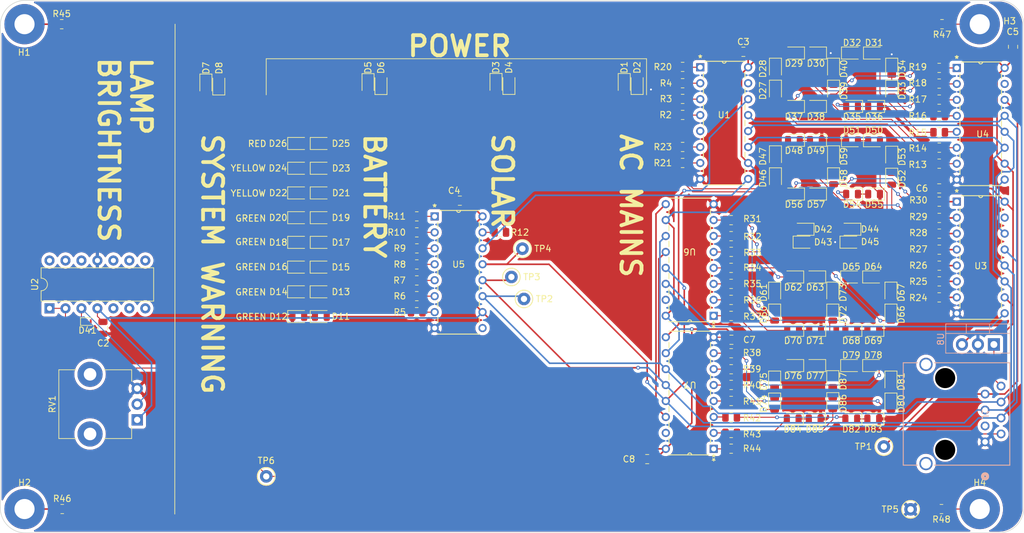
<source format=kicad_pcb>
(kicad_pcb (version 20240108) (generator "pcbnew") (generator_version "8.0")
  (title_block (title "User Display Module") (date "2024-04-23") (rev "2") (company "Open Surgical Light Project - MIT Medical Device Design Spring 2024") (comment 1 "Drawn by: Lydia Patterson"))
  (layers (0 "F.Cu" signal) (31 "B.Cu" signal) (34 "B.Paste" user) (35 "F.Paste" user) (36 "B.SilkS" user "B.Silkscreen") (37 "F.SilkS" user "F.Silkscreen") (38 "B.Mask" user) (39 "F.Mask" user) (44 "Edge.Cuts" user))
  (property "AUTHOR" "Lydia Patterson")
  (property "PROJECT_REVISION" "A01")
  (property "PROJECT_TITLE" "Power Status Indicator & Control Panel")
  (net 0 "")
  (net 2 "GND")
  (net 3 "Net-(D1-A)")
  (net 4 "Net-(D1-K)")
  (net 5 "Net-(D3-A)")
  (net 6 "Net-(D3-K)")
  (net 7 "Net-(D5-A)")
  (net 8 "Net-(D5-K)")
  (net 9 "Net-(D7-A)")
  (net 10 "Net-(D7-K)")
  (net 12 "Net-(D11-A)")
  (net 13 "Net-(D11-K)")
  (net 14 "Net-(D13-A)")
  (net 15 "Net-(D13-K)")
  (net 16 "Net-(D15-A)")
  (net 17 "Net-(D15-K)")
  (net 18 "Net-(D17-A)")
  (net 19 "Net-(D17-K)")
  (net 20 "Net-(D19-A)")
  (net 21 "Net-(D19-K)")
  (net 22 "Net-(D21-A)")
  (net 23 "Net-(D21-K)")
  (net 24 "Net-(D23-A)")
  (net 25 "Net-(D23-K)")
  (net 26 "Net-(D25-A)")
  (net 27 "Net-(D25-K)")
  (net 28 "Net-(D27-A)")
  (net 29 "Net-(D27-K)")
  (net 30 "Net-(D29-A)")
  (net 31 "Net-(D29-K)")
  (net 32 "Net-(D31-A)")
  (net 33 "Net-(D31-K)")
  (net 34 "Net-(D33-A)")
  (net 35 "Net-(D33-K)")
  (net 36 "Net-(D35-A)")
  (net 37 "Net-(D35-K)")
  (net 38 "Net-(D37-A)")
  (net 39 "Net-(D37-K)")
  (net 40 "Net-(D39-A)")
  (net 41 "Net-(D39-K)")
  (net 42 "Net-(D41-K)")
  (net 43 "Net-(D42-A)")
  (net 44 "Net-(D42-K)")
  (net 45 "Net-(D44-A)")
  (net 46 "DATA")
  (net 47 "/Brightness Dial/Brightness")
  (net 48 "RCLK")
  (net 49 "SRCLK")
  (net 50 "OE")
  (net 51 "Net-(U8-VI)")
  (net 52 "Net-(U1-QH)")
  (net 53 "Net-(U1-QG)")
  (net 54 "Net-(U1-QE)")
  (net 55 "Net-(U5-QH)")
  (net 56 "Net-(U5-QG)")
  (net 57 "Net-(U5-QF)")
  (net 58 "Net-(U5-QE)")
  (net 59 "Net-(U5-QD)")
  (net 60 "Net-(U5-QC)")
  (net 61 "Net-(U5-QB)")
  (net 62 "Net-(U5-QA)")
  (net 63 "Net-(U4-QH)")
  (net 64 "Net-(U4-QG)")
  (net 65 "Net-(U4-QF)")
  (net 66 "Net-(U4-QE)")
  (net 67 "Net-(U4-QD)")
  (net 68 "Net-(U4-QC)")
  (net 69 "Net-(U4-QB)")
  (net 70 "Net-(U1-QD)")
  (net 71 "Net-(U1-QC)")
  (net 72 "Net-(U1-QB)")
  (net 73 "Net-(U3-QH)")
  (net 74 "Net-(U3-QG)")
  (net 75 "Net-(U3-QF)")
  (net 76 "Net-(U3-QE)")
  (net 77 "Net-(U3-QD)")
  (net 78 "Net-(U3-QC)")
  (net 79 "Net-(U3-QB)")
  (net 80 "Net-(U6-QH)")
  (net 81 "Net-(U6-QG)")
  (net 82 "Net-(U6-QF)")
  (net 83 "Net-(U6-QE)")
  (net 84 "Net-(U6-QD)")
  (net 85 "Net-(U6-QC)")
  (net 86 "Net-(U6-QB)")
  (net 87 "Net-(U7-QH)")
  (net 88 "Net-(U7-QG)")
  (net 89 "Net-(U7-QF)")
  (net 90 "Net-(U7-QE)")
  (net 91 "Net-(U7-QD)")
  (net 92 "Net-(U7-QC)")
  (net 93 "Net-(U7-QB)")
  (net 94 "Net-(H1-Pad1)")
  (net 95 "Net-(H2-Pad1)")
  (net 96 "Net-(H3-Pad1)")
  (net 97 "Net-(H4-Pad1)")
  (net 98 "5V")
  (net 99 "/Battery LEDs/DATA_IN")
  (net 101 "/7-Segment Display 2/DATA_OUT")
  (net 102 "/7-Segment Display 1/DATA_OUT")
  (net 105 "/7-Segment Display 3/DATA_OUT")
  (net 107 "/7-Segment Display 4/DATA_OUT")
  (net 109 "Net-(D44-K)")
  (net 110 "Net-(D46-K)")
  (net 111 "Net-(D46-A)")
  (net 112 "Net-(D48-K)")
  (net 113 "Net-(D48-A)")
  (net 114 "Net-(D50-A)")
  (net 115 "Net-(D50-K)")
  (net 116 "Net-(D52-A)")
  (net 117 "Net-(D52-K)")
  (net 118 "Net-(D54-K)")
  (net 119 "Net-(D54-A)")
  (net 120 "Net-(D56-A)")
  (net 121 "Net-(D56-K)")
  (net 122 "Net-(D58-K)")
  (net 123 "Net-(D58-A)")
  (net 124 "Net-(D60-A)")
  (net 125 "Net-(D60-K)")
  (net 126 "Net-(D62-K)")
  (net 127 "Net-(D62-A)")
  (net 128 "Net-(D64-K)")
  (net 129 "Net-(D64-A)")
  (net 130 "Net-(D66-A)")
  (net 131 "Net-(D66-K)")
  (net 132 "Net-(D68-K)")
  (net 133 "Net-(D68-A)")
  (net 134 "Net-(D70-A)")
  (net 135 "Net-(D70-K)")
  (net 136 "Net-(D72-K)")
  (net 137 "Net-(D72-A)")
  (net 138 "Net-(D74-A)")
  (net 139 "Net-(D74-K)")
  (net 140 "Net-(D76-A)")
  (net 141 "Net-(D76-K)")
  (net 142 "Net-(D78-K)")
  (net 143 "Net-(D78-A)")
  (net 144 "Net-(D80-K)")
  (net 145 "Net-(D80-A)")
  (net 146 "Net-(D82-A)")
  (net 147 "Net-(D82-K)")
  (net 148 "Net-(D84-K)")
  (net 149 "Net-(D84-A)")
  (net 150 "Net-(D86-A)")
  (net 151 "Net-(D86-K)")
  (net 152 "/Battery LEDs/DATA_OUT")
  (footprint "LED_SMD:LED_0805_2012Metric" (layer "F.Cu") (at 112.1 59.37143)
    (property "Reference" "D22")
    (property "Value" "YELLOW" (hide yes))
  )
  (footprint "LED_SMD:LED_0805_2012Metric" (layer "F.Cu") (at 206.5 43.1 -90)
    (property "Reference" "D33")
    (property "Value" "RED" (hide yes))
  )
  (footprint "LED_SMD:LED_0805_2012Metric" (layer "F.Cu") (at 112.1 55.435716)
    (property "Reference" "D24")
    (property "Value" "YELLOW" (hide yes))
  )
  (footprint "LED_SMD:LED_0805_2012Metric" (layer "F.Cu") (at 203.5625 72.75)
    (property "Reference" "D64")
    (property "Value" "RED" (hide yes))
  )
  (footprint "Resistor_SMD:R_0805_2012Metric" (layer "F.Cu") (at 180.96 97.59)
    (property "Reference" "R43")
    (property "Value" "330R" (hide yes))
  )
  (footprint "LED_SMD:LED_0805_2012Metric" (layer "F.Cu") (at 206.375 89.4125 -90)
    (property "Reference" "D81")
    (property "Value" "RED" (hide yes))
  )
  (footprint "LED_SMD:LED_0805_2012Metric" (layer "F.Cu") (at 194.25 95.35 180)
    (property "Reference" "D85")
    (property "Value" "RED" (hide yes))
  )
  (footprint "LED_SMD:LED_0805_2012Metric" (layer "F.Cu") (at 115.6875 79.05)
    (property "Reference" "D11")
    (property "Value" "GREEN" (hide yes))
  )
  (footprint "LED_SMD:LED_0805_2012Metric" (layer "F.Cu") (at 206.375 78.75 -90)
    (property "Reference" "D66")
    (property "Value" "RED" (hide yes))
  )
  (footprint "LED_SMD:LED_0805_2012Metric" (layer "F.Cu") (at 197.125 92.85 -90)
    (property "Reference" "D86")
    (property "Value" "RED" (hide yes))
  )
  (footprint "LED_SMD:LED_0805_2012Metric" (layer "F.Cu") (at 200.0625 86.85)
    (property "Reference" "D79")
    (property "Value" "RED" (hide yes))
  )
  (footprint "LED_SMD:LED_0805_2012Metric" (layer "F.Cu") (at 112.1 51.5)
    (property "Reference" "D26")
    (property "Value" "RED" (hide yes))
  )
  (footprint "Resistor_SMD:R_0805_2012Metric" (layer "F.Cu") (at 130.95 75.8 180)
    (property "Reference" "R6")
    (property "Value" "330R" (hide yes))
  )
  (footprint "Resistor_SMD:R_0805_2012Metric" (layer "F.Cu") (at 74.55 109.7)
    (property "Reference" "R46")
    (property "Value" "1M")
  )
  (footprint "LED_SMD:LED_0805_2012Metric" (layer "F.Cu") (at 190.8125 81.25 180)
    (property "Reference" "D70")
    (property "Value" "RED" (hide yes))
  )
  (footprint "LED_SMD:LED_0805_2012Metric" (layer "F.Cu") (at 190.9375 50.9875 180)
    (property "Reference" "D48")
    (property "Value" "RED" (hide yes))
  )
  (footprint "LED_SMD:LED_0805_2012Metric" (layer "F.Cu") (at 145.6 42 90)
    (property "Reference" "D4")
    (property "Value" "BLUE" (hide yes))
  )
  (footprint "LED_SMD:LED_0805_2012Metric" (layer "F.Cu") (at 206.5 39.6 -90)
    (property "Reference" "D34")
    (property "Value" "RED" (hide yes))
  )
  (footprint "LED_SMD:LED_0805_2012Metric" (layer "F.Cu") (at 166 42.009048 90)
    (property "Reference" "D2")
    (property "Value" "BLUE" (hide yes))
  )
  (footprint "Resistor_SMD:R_0805_2012Metric" (layer "F.Cu") (at 214.05 49.71 180)
    (property "Reference" "R15")
    (property "Value" "330R" (hide yes))
  )
  (footprint "LED_SMD:LED_0805_2012Metric" (layer "F.Cu") (at 203.6875 45.6 180)
    (property "Reference" "D36")
    (property "Value" "RED" (hide yes))
  )
  (footprint "LED_SMD:LED_0805_2012Metric" (layer "F.Cu") (at 190.8125 72.75 180)
    (property "Reference" "D62")
    (property "Value" "RED" (hide yes))
  )
  (footprint "MountingHole:MountingHole_3.2mm_M3_Pad" (layer "F.Cu") (at 68.55 32.5)
    (property "Reference" "H1")
    (property "Value" "MountingHole_Pad" (hide yes))
  )
  (footprint "LED_SMD:LED_0805_2012Metric" (layer "F.Cu") (at 200.1875 37.1)
    (property "Reference" "D32")
    (property "Value" "RED" (hide yes))
  )
  (footprint "Resistor_SMD:R_0805_2012Metric" (layer "F.Cu") (at 74.4625 32.5)
    (property "Reference" "R45")
    (property "Value" "1M")
  )
  (footprint "Capacitor_SMD:C_0805_2012Metric" (layer "F.Cu") (at 167.6 101.75 180)
    (property "Reference" "C8")
    (property "Value" "100nF" (hide yes))
  )
  (footprint "LED_SMD:LED_0805_2012Metric" (layer "F.Cu") (at 200.0625 72.75)
    (property "Reference" "D65")
    (property "Value" "RED" (hide yes))
  )
  (footprint "Capacitor_SMD:C_0805_2012Metric" (layer "F.Cu") (at 81.025 80.85 -90)
    (property "Reference" "C2")
    (property "Value" "10nF" (hide yes))
  )
  (footprint "LED_SMD:LED_0805_2012Metric" (layer "F.Cu") (at 200.1875 45.6 180)
    (property "Reference" "D35")
    (property "Value" "RED" (hide yes))
  )
  (footprint "Resistor_SMD:R_0805_2012Metric" (layer "F.Cu") (at 180.95 66.250563)
    (property "Reference" "R32")
    (property "Value" "330R" (hide yes))
  )
  (footprint "LED_SMD:LED_0805_2012Metric" (layer "F.Cu") (at 192.501191 67.2)
    (property "Reference" "D43")
    (property "Value" "RED" (hide yes))
  )
  (footprint "LED_SMD:LED_0805_2012Metric" (layer "F.Cu") (at 125.25 42.0225 90)
    (property "Reference" "D6")
    (property "Value" "BLUE" (hide yes))
  )
  (footprint "LED_SMD:LED_0805_2012Metric" (layer "F.Cu") (at 192.451191 65.15 180)
    (property "Reference" "D42")
    (property "Value" "RED")
  )
  (footprint "LED_SMD:LED_0805_2012Metric" (layer "F.Cu") (at 190.9375 37.1 180)
    (property "Reference" "D29")
    (property "Value" "RED" (hide yes))
  )
  (footprint "Resistor_SMD:R_0805_2012Metric" (layer "F.Cu") (at 130.95 70.75 180)
    (property "Reference" "R8")
    (property "Value" "330R" (hide yes))
  )
  (footprint "LED_SMD:LED_0805_2012Metric" (layer "F.Cu") (at 115.675 75.114286)
    (property "Reference" "D13")
    (property "Value" "GREEN" (hide yes))
  )
  (footprint "LED_SMD:LED_0805_2012Metric" (layer "F.Cu") (at 200.0625 95.35 180)
    (property "Reference" "D82")
    (property "Value" "RED" (hide yes))
  )
  (footprint "LED_SMD:LED_0805_2012Metric" (layer "F.Cu") (at 197.125 89.35 -90)
    (property "Reference" "D87")
    (property "Value" "RED" (hide yes))
  )
  (footprint "Resistor_SMD:R_0805_2012Metric" (layer "F.Cu") (at 180.95 73.850563)
    (property "Reference" "R35")
    (property "Value" "330R" (hide yes))
  )
  (footprint "Resistor_SMD:R_0805_2012Metric" (layer "F.Cu") (at 130.9375 78.35 180)
    (property "Reference" "R5")
    (property "Value" "330R" (hide yes))
  )
  (footprint "Resistor_SMD:R_0805_2012Metric" (layer "F.Cu") (at 180.95 63.700563)
    (property "Reference" "R31")
    (property "Value" "330R" (hide yes))
  )
  (footprint "Resistor_SMD:R_0805_2012Metric" (layer "F.Cu") (at 180.9625 68.750563)
    (property "Reference" "R33")
    (property "Value" "330R" (hide yes))
  )
  (footprint "Resistor_SMD:R_0805_2012Metric" (layer "F.Cu") (at 214.06375 60.75 180)
    (property "Reference" "R30")
    (property "Value" "330R" (hide yes))
  )
  (footprint "LED_SMD:LED_0805_2012Metric" (layer "F.Cu") (at 188 53.55 -90)
    (property "Reference" "D47")
    (property "Value" "RED" (hide yes))
  )
  (footprint "LED_SMD:LED_0805_2012Metric" (layer "F.Cu") (at 194.3125 72.75 180)
    (property "Reference" "D63")
    (property "Value" "RED" (hide yes))
  )
  (footprint "Resistor_SMD:R_0805_2012Metric" (layer "F.Cu") (at 214.5 32.5 180)
    (property "Reference" "R47")
    (property "Value" "1M")
  )
  (footprint "LED_SMD:LED_0805_2012Metric" (layer "F.Cu") (at 194.4375 45.6 180)
    (property "Reference" "D38")
    (property "Value" "RED" (hide yes))
  )
  (footprint "Resistor_SMD:R_0805_2012Metric" (layer "F.Cu") (at 214.06375 68.4 180)
    (property "Reference" "R27")
    (property "Value" "330R" (hide yes))
  )
  (footprint "TestPoint:TestPoint_Keystone_5000-5004_Miniature" (layer "F.Cu") (at 147.75 68.25 90)
    (property "Reference" "TP4")
    (property "Value" "TestPoint")
  )
  (footprint "Diode_SMD:Nexperia_DSN1608-2_1.6x0.8mm" (layer "F.Cu") (at 78.475 79.85)
    (property "Reference" "D41")
    (property "Value" "PTVS5V0Z1USK" (hide yes))
  )
  (footprint "TestPoint:TestPoint_Keystone_5000-5004_Miniature" (layer "F.Cu") (at 205.25 99.75 90)
    (property "Reference" "TP1")
    (property "Value" "TestPoint")
  )
  (footprint "Resistor_SMD:R_0805_2012Metric" (layer "F.Cu") (at 173.2375 54.6 180)
    (property "Reference" "R21")
    (property "Value" "330R" (hide yes))
  )
  (footprint "LED_SMD:LED_0805_2012Metric" (layer "F.Cu") (at 112.1 63.307144)
    (property "Reference" "D20")
    (property "Value" "GREEN" (hide yes))
  )
  (footprint "LED_SMD:LED_0805_2012Metric" (layer "F.Cu") (at 115.675 71.178572)
    (property "Reference" "D15")
    (property "Value" "GREEN" (hide yes))
  )
  (footprint "Resistor_SMD:R_0805_2012Metric" (layer "F.Cu") (at 180.95 76.400563)
    (property "Reference" "R36")
    (property "Value" "330R" (hide yes))
  )
  (footprint "LED_SMD:LED_0805_2012Metric" (layer "F.Cu") (at 194.4375 50.9875 180)
    (property "Reference" "D49")
    (property "Value" "RED" (hide yes))
  )
  (footprint "LED_SMD:LED_0805_2012Metric" (layer "F.Cu") (at 197.125 75.25 -90)
    (property "Reference" "D73")
    (property "Value" "RED" (hide yes))
  )
  (footprint "LED_SMD:LED_0805_2012Metric" (layer "F.Cu") (at 112.0875 71.178572)
    (property "Reference" "D16")
    (property "Value" "GREEN" (hide yes))
  )
  (footprint "LED_SMD:LED_0805_2012Metric" (layer "F.Cu") (at 200.1875 51.05)
    (property "Reference" "D51")
    (property "Value" "RED" (hide yes))
  )
  (footprint "Resistor_SMD:R_0805_2012Metric" (layer "F.Cu") (at 173.2375 41.9 180)
    (property "Reference" "R4")
    (property "Value" "270R" (hide yes))
  )
  (footprint "LED_SMD:LED_0805_2012Metric" (layer "F.Cu") (at 197.25 57.05 -90)
    (property "Reference" "D58")
    (property "Value" "RED" (hide yes))
  )
  (footprint "Resistor_SMD:R_0805_2012Metric" (layer "F.Cu") (at 173.2375 39.3 180)
    (property "Reference" "R20")
    (property "Value" "270R" (hide yes))
  )
  (footprint "LED_SMD:LED_0805_2012Metric" (layer "F.Cu") (at 203.5625 95.35 180)
    (property "Reference" "D83")
    (property "Value" "RED" (hide yes))
  )
  (footprint "TestPoint:TestPoint_Keystone_5000-5004_Miniature" (layer "F.Cu") (at 209.5 109.75 90)
    (property "Reference" "TP5")
    (property "Value" "TestPoint")
  )
  (footprint "LED_SMD:LED_0805_2012Metric" (layer "F.Cu") (at 190.9375 45.6 180)
    (property "Reference" "D37")
    (property "Value" "RED" (hide yes))
  )
  (footprint "LED_SMD:LED_0805_2012Metric" (layer "F.Cu") (at 187.875 89.4125 -90)
    (property "Reference" "D75")
    (property "Value" "RED" (hide yes))
  )
  (footprint "LED_SMD:LED_0805_2012Metric" (layer "F.Cu") (at 112.0875 75.114286)
    (property "Reference" "D14")
    (property "Value" "GREEN" (hide yes))
  )
  (footprint "LED_SMD:LED_0805_2012Metric" (layer "F.Cu") (at 115.6875 51.5)
    (property "Reference" "D25")
    (property "Value" "RED" (hide yes))
  )
  (footprint "LED_SMD:LED_0805_2012Metric" (layer "F.Cu") (at 206.5 53.6125 -90)
    (property "Reference" "D53")
    (property "Value" "RED" (hide yes))
  )
  (footprint "LED_SMD:LED_0805_2012Metric" (layer "F.Cu") (at 99.45 42.09 90)
    (property "Reference" "D8")
    (property "Value" "YELLOW" (hide yes))
  )
  (footprint "LED_SMD:LED_0805_2012Metric" (layer "F.Cu") (at 187.875 92.9125 -90)
    (property "Reference" "D74")
    (property "Value" "RED" (hide yes))
  )
  (footprint "LED_SMD:LED_0805_2012Metric" (layer "F.Cu") (at 203.6875 37.1)
    (property "Reference" "D31")
    (property "Value" "RED" (hide yes))
  )
  (footprint "LED_SMD:LED_0805_2012Metric" (layer "F.Cu") (at 200.0625 81.25 180)
    (property "Reference" "D68")
    (property "Value" "RED" (hide yes))
  )
  (footprint "Resistor_SMD:R_0805_2012Metric" (layer "F.Cu") (at 214.4125 109.7 180)
    (property "Reference" "R48")
    (property "Value" "1M")
  )
  (footprint "LED_SMD:LED_0805_2012Metric" (layer "F.Cu") (at 115.6875 63.307144)
    (property "Reference" "D19")
    (property "Value" "GREEN" (hide yes))
  )
  (footprint "Resistor_SMD:R_0805_2012Metric" (layer "F.Cu") (at 214.05 44.51 180)
    (property "Reference" "R17")
    (property "Value" "330R" (hide yes))
  )
  (footprint "Resistor_SMD:R_0805_2012Metric" (layer "F.Cu") (at 130.9625 68.2 180)
    (property "Reference" "R9")
    (property "Value" "330R" (hide yes))
  )
  (footprint "Resistor_SMD:R_0805_2012Metric" (layer "F.Cu") (at 130.95 73.3 180)
    (property "Reference" "R7")
    (property "Value" "330R" (hide yes))
  )
  (footprint "LED_SMD:LED_0805_2012Metric" (layer "F.Cu") (at 206.5 57.1125 -90)
    (property "Reference" "D52")
    (property "Value" "RED" (hide yes))
  )
  (footprint "Resistor_SMD:R_0805_2012Metric" (layer "F.Cu") (at 214.05 39.46 180)
    (property "Reference" "R19")
    (property "Value" "330R" (hide yes))
  )
  (footprint "LED_SMD:LED_0805_2012Metric" (layer "F.Cu") (at 203.6875 59.55 180)
    (property "Reference" "D55")
    (property "Value" "RED" (hide yes))
  )
  (footprint "Resistor_SMD:R_0805_2012Metric" (layer "F.Cu") (at 173.2375 46.95 180)
    (property "Reference" "R2")
    (property "Value" "330R" (hide yes))
  )
  (footprint "Resistor_SMD:R_0805_2012Metric" (layer "F.Cu") (at 214.05 47.11 180)
    (property "Reference" "R16")
    (property "Value" "330R" (hide yes))
  )
  (footprint "LED_SMD:LED_0805_2012Metric" (layer "F.Cu") (at 188 43.1 -90)
    (property "Reference" "D27")
    (property "Value" "RED" (hide yes))
  )
  (footprint "LED_SMD:LED_0805_2012Metric" (layer "F.Cu") (at 206.375 75.25 -90)
    (property "Reference" "D67")
    (property "Value" "RED" (hide yes))
  )
  (footprint "Potentiometer_THT:Potentiometer_TT_P0915N" (layer "F.Cu") (at 86.475 95.5 90)
    (property "Reference" "RV1")
    (property "Value" "10K")
  )
  (footprint "LED_SMD:LED_0805_2012Metric" (layer "F.Cu") (at 203.5625 81.25 180)
    (property "Reference" "D69")
    (property "Value" "RED" (hide yes))
  )
  (footprint "LED_SMD:LED_0805_2012Metric" (layer "F.Cu") (at 197.125 78.75 -90)
    (property "Reference" "D72")
    (property "Value" "RED" (hide yes))
  )
  (footprint "Package_DIP:DIP-14_W7.62mm" (layer "F.Cu") (at 72.525 77.75 90)
    (property "Reference" "U2")
    (property "Value" "LM324")
  )
  (footprint "LED_SMD:LED_0805_2012Metric" (layer "F.Cu") (at 199.951191 67.2)
    (property "Reference" "D45")
    (property "Value" "RED" (hide yes))
  )
  (footprint "Capacitor_SMD:C_0805_2012Metric" (layer "F.Cu") (at 181 82.75 180)
    (property "Reference" "C7")
    (property "Value" "100nF" (hide yes))
  )
  (footprint "TestPoint:TestPoint_Keystone_5000-5004_Miniature" (layer "F.Cu") (at 107 104.5)
    (property "Reference" "TP6")
    (property "Value" "TestPoint")
  )
  (footprint "LED_SMD:LED_0805_2012Metric" (layer "F.Cu") (at 188 39.6 -90)
    (property "Reference" "D28")
    (property "Value" "RED" (hide yes))
  )
  (footprint "LED_SMD:LED_0805_2012Metric" (layer "F.Cu") (at 187.875 78.75 -90)
    (property "Reference" "D60")
    (property "Value" "RED" (hide yes))
  )
  (footprint "MountingHole:MountingHole_3.2mm_M3_Pad" (layer "F.Cu") (at 68.55 109.7)
    (property "Reference" "H2")
    (property "Value" "MountingHole_Pad" (hide yes))
  )
  (footprint "LED_SMD:LED_0805_2012Metric" (layer "F.Cu") (at 197.25 43.1 -90)
    (property "Reference" "D39")
    (property "Value" "RED" (hide yes))
  )
  (footprint "Resistor_SMD:R_0805_2012Metric" (layer "F.Cu") (at 180.96 92.49)
    (property "Reference" "R41")
    (property "Value" "330R" (hide yes))
  )
  (footprint "LED_SMD:LED_0805_2012Metric" (layer "F.Cu") (at 194.3125 81.25 180)
    (property "Reference" "D71")
    (property "Value" "RED" (hide yes))
  )
  (footprint "LED_SMD:LED_0805_2012Metric" (layer "F.Cu") (at 115.6875 59.37143)
    (property "Reference" "D21")
    (property "Value" "YELLOW" (hide yes))
  )
  (footprint "MountingHole:MountingHole_3.2mm_M3_Pad" (layer "F.Cu") (at 220.5 109.7)
    (property "Reference" "H4")
    (property "Value" "MountingHole_Pad" (hide yes))
  )
  (footprint "Resistor_SMD:R_0805_2012Metric" (layer "F.Cu") (at 180.96 87.44)
    (property "Reference" "R39")
    (property "Value" "330R" (hide yes))
  )
  (footprint "ImportedFootprints:CD74HC595E" (layer "F.Cu") (at 224.4625 57.25)
    (property "Reference" "U4")
    (property "Value" "74HC595")
  )
  (footprint "TestPoint:TestPoint_Keystone_5000-5004_Miniature" (layer "F.Cu") (at 146 72.75 90)
    (property "Reference" "TP3")
    (property "Value" "TestPoint")
  )
  (footprint "Resistor_SMD:R_0805_2012Metric" (layer "F.Cu") (at 180.96 95.09)
    (property "Reference" "R42")
    (property "Value" "330R" (hide yes))
  )
  (footprint "LED_SMD:LED_0805_2012Metric" (layer "F.Cu") (at 199.901191 65.15 180)
    (property "Reference" "D44")
    (property "Value" "RED")
  )
  (footprint "LED_SMD:LED_0805_2012Metric" (layer "F.Cu") (at 112.1 79.05)
    (property "Reference" "D12")
    (property "Value" "GREEN" (hide yes))
  )
  (footprint "Capacitor_SMD:C_0805_2012Metric" (layer "F.Cu") (at 137.8 60.6 180)
    (property "Reference" "C4")
    (property "Value" "100nF" (hide yes))
  )
  (footprint "LED_SMD:LED_0805_2012Metric" (layer "F.Cu") (at 206.375 92.9125 -90)
    (property "Reference" "D80")
    (property "Value" "RED" (hide yes))
  )
  (footprint "Resistor_SMD:R_0805_2012Metric" (layer "F.Cu") (at 214.06375 73.45 180)
    (property "Reference" "R25")
    (property "Value" "330R" (hide yes))
  )
  (footprint "LED_SMD:LED_0805_2012Metric" (layer "F.Cu") (at 197.25 53.55 -90)
    (property "Reference" "D59")
    (property "Value" "RED" (hide yes))
  )
  (footprint "LED_SMD:LED_0805_2012Metric" (layer "F.Cu") (at 187.875 75.25 -90)
    (property "Reference" "D61")
    (property "Value" "RED" (hide yes))
  )
  (footprint "LED_SMD:LED_0805_2012Metric" (layer "F.Cu") (at 190.9375 59.55 180)
    (property "Reference" "D56")
    (property "Value" "RED" (hide yes))
  )
  (footprint "ImportedFootprints:CD74HC595E" (layer "F.Cu") (at 224.46375 78.54)
    (property "Reference" "U3")
    (property "Value" "74HC595")
  )
  (footprint "Resistor_SMD:R_0805_2012Metric" (layer "F.Cu") (at 173.2375 44.4 180)
    (property "Reference" "R3")
    (property "Value" "270R" (hide yes))
  )
  (footprint "ImportedFootprints:CD74HC595E" (layer "F.Cu") (at 170.56 82.34 180)
    (property "Reference" "U7")
    (property "Value" "74HC595")
  )
  (footprint "Resistor_SMD:R_0805_2012Metric" (layer "F.Cu") (at 180.95 71.300563)
    (property "Reference" "R34")
    (property "Value" "330R" (hide yes))
  )
  (footprint "ImportedFootprints:CD74HC595E" (layer "F.Cu") (at 183.66 57.14)
    (property "Reference" "U1")
    (property "Value" "74HC595")
  )
  (footprint "Resistor_SMD:R_0805_2012Metric" (layer "F.Cu") (at 214.05 41.96 180)
    (property "Reference" "R18")
    (property "Value" "330R" (hide yes))
  )
  (footprint "LED_SMD:LED_0805_2012Metric" (layer "F.Cu") (at 97.4 42.13 -90)
    (property "Reference" "D7")
    (property "Value" "YELLOW")
  )
  (footprint "LED_SMD:LED_0805_2012Metric" (layer "F.Cu") (at 190.8125 86.85 180)
    (property "Reference" "D76")
    (property "Value" "RED" (hide yes))
  )
  (footprint "Resistor_SMD:R_0805_2012Metric" (layer "F.Cu") (at 180.96 89.94)
    (property "Reference" "R40")
    (property "Value" "330R" (hide yes))
  )
  (footprint "LED_SMD:LED_0805_2012Metric" (layer "F.Cu") (at 115.6875 67.242858)
    (property "Reference" "D17")
    (property "Value" "GREEN" (hide yes))
  )
  (footprint "Resistor_SMD:R_0805_2012Metric" (layer "F.Cu") (at 130.95 65.65 180)
    (property "Reference" "R10")
    (property "Value" "330R" (hide yes))
  )
  (footprint "LED_SMD:LED_0805_2012Metric" (layer "F.Cu") (at 112.1 67.242858)
    (property "Reference" "D18")
    (property "Value" "GREEN" (hide yes))
  )
  (footprint "Resistor_SMD:R_0805_2012Metric" (layer "F.Cu") (at 180.96 100.09)
    (property "Reference" "R44")
    (property "Value" "330R" (hide yes))
  )
  (footprint "Resistor_SMD:R_0805_2012Metric" (layer "F.Cu") (at 214.06375 70.95 180)
    (property "Reference" "R26")
    (property "Value" "330R" (hide yes))
  )
  (footprint "Capacitor_SMD:C_0805_2012Metric" (layer "F.Cu") (at 214.05 58.65 180)
    (property "Reference" "C6")
    (property "Value" "100nF" (hide yes))
  )
  (footprint "Resistor_SMD:R_0805_2012Metric" (layer "F.Cu") (at 180.96 84.89)
    (property "Reference" "R38")
    (property "Value" "330R" (hide yes))
  )
  (footprint "LED_SMD:LED_0805_2012Metric" (layer "F.Cu") (at 143.55 42.04 -90)
    (property "Reference" "D3")
    (property "Value" "BLUE")
  )
  (footprint "ImportedFootprints:CD74HC595E" (layer "F.Cu") (at 141.41 80.89)
    (property "Reference" "U5")
    (property "Value" "74HC595")
  )
  (footprint "ImportedFootprints:CD74HC595E" (layer "F.Cu") (at 170.55 61.15 180)
    (property "Reference" "U6")
    (property "Value" "74HC595")
  )
  (footprint "LED_SMD:LED_0805_2012Metric" (layer "F.Cu") (at 123.2 42.0625 -90)
    (property "Reference" "D5")
    (property "Value" "BLUE")
  )
  (footprint "Capacitor_SMD:C_0805_2012Metric" (layer "F.Cu") (at 225.8 36.1 90)
    (property "Reference" "C5")
    (property "Value" "100nF" (hide yes))
  )
  (footprint "Resistor_SMD:R_0805_2012Metric" (layer "F.Cu") (at 214.05 54.71 180)
    (property "Reference" "R13")
    (property "Value" "330R" (hide yes))
  )
  (footprint "LED_SMD:LED_0805_2012Metric" (layer "F.Cu") (at 188 57.05 -90)
    (property "Reference" "D46")
    (property "Value" "RED" (hide yes))
  )
  (footprint "LED_SMD:LED_0805_2012Metric" (layer "F.Cu") (at 194.4375 59.55 180)
    (property "Reference" "D57")
    (property "Value" "RED" (hide yes))
  )
  (footprint "LED_SMD:LED_0805_2012Metric" (layer "F.Cu") (at 203.5625 86.85)
    (property "Reference" "D78")
    (property "Value" "RED" (hide yes))
  )
  (footprint "Resistor_SMD:R_0805_2012Metric" (layer "F.Cu") (at 214.05125 76 180)
    (property "Reference" "R24")
    (property "Value" "330R" (hide yes))
  )
  (footprint "LED_SMD:LED_0805_2012Metric" (layer "F.Cu") (at 200.1875 59.55 180)
    (property "Reference" "D54")
    (property "Value" "RED" (hide yes))
  )
  (footprint "Resistor_SMD:R_0805_2012Metric" (layer "F.Cu") (at 214.0625 52.16 180)
    (property "Reference" "R14")
    (property "Value" "330R" (hide yes))
  )
  (footprint "LED_SMD:LED_0805_2012Metric" (layer "F.Cu") (at 115.6875 55.435716)
    (property "Reference" "D23")
    (property "Value" "YELLOW" (hide yes))
  )
  (footprint "MountingHole:MountingHole_3.2mm_M3_Pad" (layer "F.Cu") (at 220.5 32.5)
    (property "Reference" "H3")
    (property "Value" "MountingHole_Pad")
  )
  (footprint "Resistor_SMD:R_0805_2012Metric" (layer "F.Cu") (at 214.06375 65.85 180)
    (property "Reference" "R28")
    (property "Value" "330R" (hide yes))
  )
  (footprint "LED_SMD:LED_0805_2012Metric" (layer "F.Cu") (at 194.4375 37.1 180)
    (property "Reference" "D30")
    (property "Value" "RED" (hide yes))
  )
  (footprint "LED_SMD:LED_0805_2012Metric" (layer "F.Cu") (at 203.6875 51.05)
    (property "Reference" "D50")
    (property "Value" "RED" (hide yes))
  )
  (footprint "Resistor_SMD:R_0805_2012Metric" (layer "F.Cu") (at 144.2375 65.65)
    (property "Reference" "R12")
    (property "Value" "330R" (hide yes))
  )
  (footprint "TestPoint:TestPoint_Keystone_5000-5004_Miniature" (layer "F.Cu") (at 148 76.25 90)
    (property "Reference" "TP2")
    (property "Value" "TestPoint")
  )
  (footprint "Resistor_SMD:R_0805_2012Metric" (layer "F.Cu") (at 173.2375 52.05 180)
    (property "Reference" "R23")
    (property "Value" "330R" (hide yes))
  )
  (footprint "Resistor_SMD:R_0805_2012Metric" (layer "F.Cu") (at 214.06375 63.35 180)
    (property "Reference" "R29")
    (property "Value" "330R" (hide yes))
  )
  (footprint "Resistor_SMD:R_0805_2012Metric" (layer "F.Cu") (at 130.95 63.1 180)
    (property "Reference" "R11")
    (property "Value" "330R" (hide yes))
  )
  (footprint "Resistor_SMD:R_0805_2012Metric" (layer "F.Cu") (at 180.95 78.950563)
    (property "Reference" "R37")
    (property "Value" "330R" (hide yes))
  )
  (footprint "LED_SMD:LED_0805_2012Metric" (layer "F.Cu") (at 163.95 42.049048 -90)
    (property "Reference" "D1")
    (property "Value" "BLUE")
  )
  (footprint "Capacitor_SMD:C_0805_2012Metric" (layer "F.Cu") (at 182.9 36.9 180)
    (property "Reference" "C3")
    (property "Value" "100nF" (hide yes))
  )
  (footprint "LED_SMD:LED_0805_2012Metric" (layer "F.Cu") (at 194.3125 86.85 180)
    (property "Reference" "D77")
    (property "Value" "RED" (hide yes))
  )
  (footprint "LED_SMD:LED_0805_2012Metric" (layer "F.Cu") (at 190.75 95.35 180)
    (property "Reference" "D84")
    (property "Value" "RED" (hide yes))
  )
  (footprint "LED_SMD:LED_0805_2012Metric" (layer "F.Cu") (at 197.25 39.6 -90)
    (property "Reference" "D40")
    (property "Value" "RED" (hide yes))
  )
  (footprint "Connector_RJ:RJ45_Shielded_EthernetJack" (layer "B.Cu") (at 221.35 99.01 90)
    (property "Reference" "J1")
    (property "Value" "RJ45_Shielded")
  )
  (footprint "Package_TO_SOT_THT:TO-220-3_Vertical" (layer "B.Cu") (at 222.75 83.5 180)
    (property "Reference" "U8")
    (property "Value" "LM7805_TO220" (hide yes))
  )
  (gr_line (start 92.5 32.5) (end 92.45 110.5) (stroke (width 0.12)) (layer "F.SilkS"))
  (gr_line (start 107 38) (end 107 43.75) (stroke (width 0.12)) (layer "F.SilkS"))
  (gr_line (start 107 38) (end 167.5 38) (stroke (width 0.12)) (layer "F.SilkS"))
  (gr_line (start 167.5 38) (end 167.5 43.75) (stroke (width 0.12)) (layer "F.SilkS"))
  (gr_line (start 227.5 32.7) (end 227.5 109.5) (stroke (width 0.1)) (layer "Edge.Cuts"))
  (gr_arc (start 227.5 109.5) (mid 226.328427 112.328427) (end 223.5 113.5) (stroke (width 0.1)) (layer "Edge.Cuts"))
  (gr_line (start 64.7 109.5) (end 64.7 32.7) (stroke (width 0.1)) (layer "Edge.Cuts"))
  (gr_arc (start 64.7 32.7) (mid 65.871573 29.871573) (end 68.7 28.7) (stroke (width 0.1)) (layer "Edge.Cuts"))
  (gr_arc (start 223.5 28.7) (mid 226.328427 29.871573) (end 227.5 32.7) (stroke (width 0.1)) (layer "Edge.Cuts"))
  (gr_line (start 68.7 28.7) (end 223.5 28.7) (stroke (width 0.1)) (layer "Edge.Cuts"))
  (gr_arc (start 68.7 113.5) (mid 65.871573 112.328427) (end 64.7 109.5) (stroke (width 0.1)) (layer "Edge.Cuts"))
  (gr_line (start 223.5 113.5) (end 68.7 113.5) (stroke (width 0.1)) (layer "Edge.Cuts"))
  (gr_text "GREEN" (at 102.036165 79.679773 0) (layer "F.SilkS") (effects (font (size 1 1) (thickness 0.16) (bold yes)) (justify left bottom)))
  (gr_text "GREEN" (at 102 64 0) (layer "F.SilkS") (effects (font (size 1 1) (thickness 0.16) (bold yes)) (justify left bottom)))
  (gr_text "SOLAR" (at 144.55 49.6 270) (layer "F.SilkS") (effects (font (size 3.2 3.2) (thickness 0.6) (bold yes)) (justify left)))
  (gr_text "YELLOW" (at 101.25 56 0) (layer "F.SilkS") (effects (font (size 1 1) (thickness 0.16) (bold yes)) (justify left bottom)))
  (gr_text "RED" (at 104 52.112437 0) (layer "F.SilkS") (effects (font (size 1 1) (thickness 0.16) (bold yes)) (justify left bottom)))
  (gr_text "YELLOW" (at 101.25 60 0) (layer "F.SilkS") (effects (font (size 1 1) (thickness 0.16) (bold yes)) (justify left bottom)))
  (gr_text "GREEN" (at 102 67.75 0) (layer "F.SilkS") (effects (font (size 1 1) (thickness 0.16) (bold yes)) (justify left bottom)))
  (gr_text "GREEN" (at 102 71.75 0) (layer "F.SilkS") (effects (font (size 1 1) (thickness 0.16) (bold yes)) (justify left bottom)))
  (gr_text "LAMP\nBRIGHTNESS" (at 84.5 37.5 270) (layer "F.SilkS") (effects (font (size 3.2 3.2) (thickness 0.6) (bold yes)) (justify left)))
  (gr_text "BATTERY" (at 124.2 49.65 270) (layer "F.SilkS") (effects (font (size 3.2 3.2) (thickness 0.6) (bold yes)) (justify left)))
  (gr_text "SYSTEM WARNING" (at 98.4 49.64 270) (layer "F.SilkS") (effects (font (size 3.2 3.2) (thickness 0.6) (bold yes)) (justify left)))
  (gr_text "POWER" (at 129.2 36 0) (layer "F.SilkS") (effects (font (size 3.2 3.2) (thickness 0.6) (bold yes)) (justify left)))
  (gr_text "AC MAINS" (at 164.95 49.65 270) (layer "F.SilkS") (effects (font (size 3.2 3.2) (thickness 0.6) (bold yes)) (justify left)))
  (gr_text "GREEN" (at 102 75.75 0) (layer "F.SilkS") (effects (font (size 1 1) (thickness 0.16) (bold yes)) (justify left bottom)))
  (segment (start 204.625 44.900001) (end 198.387499 38.6625) (width 0.153) (layer "F.Cu") (net 2))
  (segment (start 197.6875 52.6125) (end 197.25 52.6125) (width 0.153) (layer "F.Cu") (net 2))
  (segment (start 195.375 59.55) (end 188.4375 52.6125) (width 0.153) (layer "F.Cu") (net 2))
  (segment (start 178.18 82.34) (end 179.64 82.34) (width 0.153) (layer "F.Cu") (net 2))
  (segment (start 166 42.946548) (end 168.153452 42.946548) (width 0.153) (layer "F.Cu") (net 2))
  (segment (start 204.625 45.6) (end 204.625 44.900001) (width 0.153) (layer "F.Cu") (net 2))
  (segment (start 179.64 82.34) (end 180.05 82.75) (width 0.153) (layer "F.Cu") (net 2))
  (segment (start 168.153452 42.946548) (end 168.2 42.9) (width 0.153) (layer "F.Cu") (net 2))
  (segment (start 79.075 79.85) (end 79.075 81.075) (width 0.153) (layer "F.Cu") (net 2))
  (segment (start 195.375 45.6) (end 188.4375 38.6625) (width 0.153) (layer "F.Cu") (net 2))
  (segment (start 195.375 37.1) (end 196.8 37.1) (width 0.153) (layer "F.Cu") (net 2))
  (segment (start 188.4375 38.6625) (end 188 38.6625) (width 0.153) (layer "F.Cu") (net 2))
  (segment (start 204.625 59.55) (end 197.6875 52.6125) (width 0.153) (layer "F.Cu") (net 2))
  (segment (start 199.013691 67.2) (end 197.5 67.2) (width 0.153) (layer "F.Cu") (net 2))
  (segment (start 188.4375 52.6125) (end 188 52.6125) (width 0.153) (layer "F.Cu") (net 2))
  (segment (start 79.075 81.075) (end 79.1 81.1) (width 0.153) (layer "F.Cu") (net 2))
  (segment (start 206.5 38.6625) (end 206.5 37.3) (width 0.153) (layer "F.Cu") (net 2))
  (segment (start 198.387499 38.6625) (end 197.25 38.6625) (width 0.153) (layer "F.Cu") (net 2))
  (via (at 206.5 37.3) (size 0.6) (drill 0.3) (layers "F.Cu" "B.Cu") (net 2))
  (via (at 168.2 42.9) (size 0.6) (drill 0.3) (layers "F.Cu" "B.Cu") (net 2))
  (via (at 197.5 67.2) (size 0.6) (drill 0.3) (layers "F.Cu" "B.Cu") (net 2))
  (via (at 79.1 81.1) (size 0.6) (drill 0.3) (layers "F.Cu" "B.Cu") (net 2))
  (via (at 196.8 37.1) (size 0.6) (drill 0.3) (layers "F.Cu" "B.Cu") (net 2))
  (segment (start 172.325 39.3) (end 163.75 39.3) (width 0.25) (layer "F.Cu") (net 3))
  (segment (start 162.75 40.3) (end 162.75 41.786548) (width 0.25) (layer "F.Cu") (net 3))
  (segment (start 163.75 39.3) (end 162.75 40.3) (width 0.25) (layer "F.Cu") (net 3))
  (segment (start 162.75 41.786548) (end 163.95 42.986548) (width 0.25) (layer "F.Cu") (net 3))
  (segment (start 165.96 41.111548) (end 166 41.071548) (width 0.25) (layer "F.Cu") (net 4))
  (segment (start 163.95 41.111548) (end 165.96 41.111548) (width 0.25) (layer "F.Cu") (net 4))
  (segment (start 170.075 44.15) (end 144.7225 44.15) (width 0.25) (layer "F.Cu") (net 5))
  (segment (start 144.7225 44.15) (end 143.55 42.9775) (width 0.25) (layer "F.Cu") (net 5))
  (segment (start 172.325 41.9) (end 170.075 44.15) (width 0.25) (layer "F.Cu") (net 5))
  (segment (start 145.56 41.1025) (end 145.6 41.0625) (width 0.25) (layer "F.Cu") (net 6))
  (segment (start 143.55 41.1025) (end 145.56 41.1025) (width 0.25) (layer "F.Cu") (net 6))
  (segment (start 125.85 45.65) (end 123.2 43) (width 0.25) (layer "F.Cu") (net 7))
  (segment (start 172.325 44.4) (end 171.075 45.65) (width 0.25) (layer "F.Cu") (net 7))
  (segment (start 171.075 45.65) (end 125.85 45.65) (width 0.25) (layer "F.Cu") (net 7))
  (segment (start 125.21 41.125) (end 125.25 41.085) (width 0.25) (layer "F.Cu") (net 8))
  (segment (start 123.2 41.125) (end 125.21 41.125) (width 0.25) (layer "F.Cu") (net 8))
  (segment (start 101.2825 46.95) (end 97.4 43.0675) (width 0.25) (layer "F.Cu") (net 9))
  (segment (start 172.325 46.95) (end 101.2825 46.95) (width 0.25) (layer "F.Cu") (net 9))
  (segment (start 97.4 41.1925) (end 99.41 41.1925) (width 0.25) (layer "F.Cu") (net 10))
  (segment (start 99.41 41.1925) (end 99.45 41.1525) (width 0.25) (layer "F.Cu") (net 10))
  (segment (start 117.325 78.35) (end 116.625 79.05) (width 0.153) (layer "F.Cu") (net 12))
  (segment (start 130.025 78.35) (end 117.325 78.35) (width 0.153) (layer "F.Cu") (net 12))
  (segment (start 113.0375 79.05) (end 114.75 79.05) (width 0.153) (layer "F.Cu") (net 13))
  (segment (start 117.298214 75.8) (end 116.6125 75.114286) (width 0.153) (layer "F.Cu") (net 14))
  (segment (start 130.0375 75.8) (end 117.298214 75.8) (width 0.153) (layer "F.Cu") (net 14))
  (segment (start 113.025 75.114286) (end 114.7375 75.114286) (width 0.153) (layer "F.Cu") (net 15))
  (segment (start 118.733928 73.3) (end 116.6125 71.178572) (width 0.153) (layer "F.Cu") (net 16))
  (segment (start 130.0375 73.3) (end 118.733928 73.3) (width 0.153) (layer "F.Cu") (net 16))
  (segment (start 113.025 71.178572) (end 114.7375 71.178572) (width 0.153) (layer "F.Cu") (net 17))
  (segment (start 130.0375 70.75) (end 120.132142 70.75) (width 0.153) (layer "F.Cu") (net 18))
  (segment (start 120.132142 70.75) (end 116.625 67.242858) (width 0.153) (layer "F.Cu") (net 18))
  (segment (start 113.0375 67.242858) (end 114.75 67.242858) (width 0.153) (layer "F.Cu") (net 19))
  (segment (start 121.517856 68.2) (end 116.625 63.307144) (width 0.153) (layer "F.Cu") (net 20))
  (segment (start 130.05 68.2) (end 121.517856 68.2) (width 0.153) (layer "F.Cu") (net 20))
  (segment (start 113.0375 63.307144) (end 114.75 63.307144) (width 0.153) (layer "F.Cu") (net 21))
  (segment (start 122.90357 65.65) (end 116.625 59.37143) (width 0.153) (layer "F.Cu") (net 22))
  (segment (start 130.0375 65.65) (end 122.90357 65.65) (width 0.153) (layer "F.Cu") (net 22))
  (segment (start 113.0375 59.37143) (end 114.75 59.37143) (width 0.153) (layer "F.Cu") (net 23))
  (segment (start 124.289284 63.1) (end 116.625 55.435716) (width 0.153) (layer "F.Cu") (net 24))
  (segment (start 130.0375 63.1) (end 124.289284 63.1) (width 0.153) (layer "F.Cu") (net 24))
  (segment (start 113.0375 55.435716) (end 114.75 55.435716) (width 0.153) (layer "F.Cu") (net 25))
  (segment (start 131.7 51.5) (end 116.625 51.5) (width 0.153) (layer "F.Cu") (net 26))
  (segment (start 145.15 64.95) (end 131.7 51.5) (width 0.153) (layer "F.Cu") (net 26))
  (segment (start 145.15 65.65) (end 145.15 64.95) (width 0.153) (layer "F.Cu") (net 26))
  (segment (start 113.0375 51.5) (end 114.75 51.5) (width 0.153) (layer "F.Cu") (net 27))
  (segment (start 213.1375 54.71) (end 212.11 54.71) (width 0.153) (layer "F.Cu") (net 28))
  (segment (start 188 44.97603) (end 188 44.0375) (width 0.153) (layer "F.Cu") (net 28))
  (segment (start 212.11 54.71) (end 205.8 48.4) (width 0.153) (layer "F.Cu") (net 28))
  (segment (start 205.8 48.4) (end 191.42397 48.4) (width 0.153) (layer "F.Cu") (net 28))
  (segment (start 191.42397 48.4) (end 188 44.97603) (width 0.153) (layer "F.Cu") (net 28))
  (segment (start 188 42.1625) (end 188 40.5375) (width 0.153) (layer "F.Cu") (net 29))
  (segment (start 206.45 47.65) (end 199.48647 47.65) (width 0.153) (layer "F.Cu") (net 30))
  (segment (start 213.15 52.16) (end 210.96 52.16) (width 0.153) (layer "F.Cu") (net 30))
  (segment (start 199.48647 47.65) (end 190 38.16353) (width 0.153) (layer "F.Cu") (net 30))
  (segment (start 210.96 52.16) (end 206.45 47.65) (width 0.153) (layer "F.Cu") (net 30))
  (segment (start 190 38.16353) (end 190 37.1) (width 0.153) (layer "F.Cu") (net 30))
  (segment (start 191.875 37.1) (end 193.5 37.1) (width 0.153) (layer "F.Cu") (net 31))
  (segment (start 210.79647 49.71) (end 204.625 43.53853) (width 0.153) (layer "F.Cu") (net 32))
  (segment (start 213.1375 49.71) (end 210.79647 49.71) (width 0.153) (layer "F.Cu") (net 32))
  (segment (start 204.625 43.53853) (end 204.625 37.1) (width 0.153) (layer "F.Cu") (net 32))
  (segment (start 201.125 37.1) (end 202.75 37.1) (width 0.153) (layer "F.Cu") (net 33))
  (segment (start 213.1375 47.11) (end 209.5725 47.11) (width 0.153) (layer "F.Cu") (net 34))
  (segment (start 209.5725 47.11) (end 206.5 44.0375) (width 0.153) (layer "F.Cu") (net 34))
  (segment (start 206.5 40.5375) (end 206.5 42.1625) (width 0.153) (layer "F.Cu") (net 35))
  (segment (start 197.892649 45.307351) (end 198.957351 45.307351) (width 0.153) (layer "F.Cu") (net 36))
  (segment (start 198.957351 45.307351) (end 199.25 45.6) (width 0.153) (layer "F.Cu") (net 36))
  (segment (start 213.1375 44.51) (end 210.49 44.51) (width 0.153) (layer "F.Cu") (net 36))
  (segment (start 210.49 44.51) (end 209.4 45.6) (width 0.153) (layer "F.Cu") (net 36))
  (via (at 209.4 45.6) (size 0.6) (drill 0.3) (layers "F.Cu" "B.Cu") (net 36))
  (via (at 197.892649 45.307351) (size 0.6) (drill 0.3) (layers "F.Cu" "B.Cu") (net 36))
  (segment (start 198.185298 45.6) (end 197.892649 45.307351) (width 0.153) (layer "B.Cu") (net 36))
  (segment (start 209.4 45.6) (end 198.185298 45.6) (width 0.153) (layer "B.Cu") (net 36))
  (segment (start 201.125 45.6) (end 202.75 45.6) (width 0.153) (layer "F.Cu") (net 37))
  (segment (start 191.45 44.15) (end 190 45.6) (width 0.153) (layer "F.Cu") (net 38))
  (segment (start 213.1375 41.96) (end 210.59 41.96) (width 0.153) (layer "F.Cu") (net 38))
  (segment (start 210.59 41.96) (end 209.45 43.1) (width 0.153) (layer "F.Cu") (net 38))
  (segment (start 191.45 44) (end 191.45 44.15) (width 0.153) (layer "F.Cu") (net 38))
  (segment (start 191.55 43.9) (end 191.45 44) (width 0.153) (layer "F.Cu") (net 38))
  (via (at 191.55 43.9) (size 0.6) (drill 0.3) (layers "F.Cu" "B.Cu") (net 38))
  (via (at 209.45 43.1) (size 0.6) (drill 0.3) (layers "F.Cu" "B.Cu") (net 38))
  (segment (start 209.45 43.1) (end 192.35 43.1) (width 0.153) (layer "B.Cu") (net 38))
  (segment (start 192.35 43.1) (end 191.55 43.9) (width 0.153) (layer "B.Cu") (net 38))
  (segment (start 193.5 45.6) (end 191.875 45.6) (width 0.25) (layer "F.Cu") (net 39))
  (segment (start 200.15 41.45) (end 199.8375 41.45) (width 0.153) (layer "F.Cu") (net 40))
  (segment (start 199.8375 41.45) (end 197.25 44.0375) (width 0.153) (layer "F.Cu") (net 40))
  (segment (start 210.69 39.46) (end 209.4 40.75) (width 0.153) (layer "F.Cu") (net 40))
  (segment (start 213.1375 39.46) (end 210.69 39.46) (width 0.153) (layer "F.Cu") (net 40))
  (via (at 200.15 41.45) (size 0.6) (drill 0.3) (layers "F.Cu" "B.Cu") (net 40))
  (via (at 209.4 40.75) (size 0.6) (drill 0.3) (layers "F.Cu" "B.Cu") (net 40))
  (segment (start 200.85 40.75) (end 200.15 41.45) (width 0.153) (layer "B.Cu") (net 40))
  (segment (start 209.4 40.75) (end 200.85 40.75) (width 0.153) (layer "B.Cu") (net 40))
  (segment (start 197.25 42.1625) (end 197.25 40.5375) (width 0.153) (layer "F.Cu") (net 41))
  (segment (start 77.605 79.265) (end 78.19 79.85) (width 0.153) (layer "F.Cu") (net 42))
  (segment (start 77.605 77.75) (end 77.605 79.265) (width 0.153) (layer "F.Cu") (net 42))
  (segment (start 88 88.145) (end 77.605 77.75) (width 0.153) (layer "B.Cu") (net 42))
  (segment (start 86.475 93) (end 88 91.475) (width 0.153) (layer "B.Cu") (net 42))
  (segment (start 88 91.475) (end 88 88.145) (width 0.153) (layer "B.Cu") (net 42))
  (segment (start 171.583 52.792) (end 171.583 55.933) (width 0.153) (layer "F.Cu") (net 43))
  (segment (start 174.85 59.2) (end 185.563691 59.2) (width 0.153) (layer "F.Cu") (net 43))
  (segment (start 171.583 55.933) (end 174.85 59.2) (width 0.153) (layer "F.Cu") (net 43))
  (segment (start 172.325 52.05) (end 171.583 52.792) (width 0.153) (layer "F.Cu") (net 43))
  (segment (start 185.563691 59.2) (end 191.513691 65.15) (width 0.153) (layer "F.Cu") (net 43))
  (segment (start 193.388691 65.15) (end 193.388691 67.15) (width 0.153) (layer "F.Cu") (net 44))
  (segment (start 193.388691 67.15) (end 193.438691 67.2) (width 0.153) (layer "F.Cu") (net 44))
  (segment (start 174.95 58.7) (end 186.25 58.7) (width 0.153) (layer "F.Cu") (net 45))
  (segment (start 190.206 62.656) (end 196.469691 62.656) (width 0.153) (layer "F.Cu") (net 45))
  (segment (start 196.469691 62.656) (end 198.963691 65.15) (width 0.153) (layer "F.Cu") (net 45))
  (segment (start 186.25 58.7) (end 190.206 62.656) (width 0.153) (layer "F.Cu") (net 45))
  (segment (start 172.325 56.075) (end 174.95 58.7) (width 0.153) (layer "F.Cu") (net 45))
  (segment (start 172.325 54.6) (end 172.325 56.075) (width 0.153) (layer "F.Cu") (net 45))
  (segment (start 213.61 91.39) (end 205.25 99.75) (width 0.25) (layer "F.Cu") (net 46))
  (segment (start 226.5 46.5875) (end 224.4625 44.55) (width 0.25) (layer "F.Cu") (net 46))
  (segment (start 224.46 91.39) (end 226.5 89.35) (width 0.25) (layer "F.Cu") (net 46))
  (segment (start 221.35 91.39) (end 224.46 91.39) (width 0.25) (layer "F.Cu") (net 46))
  (segment (start 226.5 89.35) (end 226.5 46.5875) (width 0.25) (layer "F.Cu") (net 46))
  (segment (start 221.35 91.39) (end 213.61 91.39) (width 0.25) (layer "F.Cu") (net 46))
  (segment (start 75.065 77.75) (end 75.065 79.565) (width 0.153) (layer "F.Cu") (net 47))
  (segment (start 90 87.25) (end 107.25 104.5) (width 0.153) (layer "F.Cu") (net 47))
  (segment (start 82.75 87.25) (end 90 87.25) (width 0.153) (layer "F.Cu") (net 47))
  (segment (start 207.040287 104.5) (end 213.800287 97.74) (width 0.153) (layer "F.Cu") (net 47))
  (segment (start 107.25 104.5) (end 207.040287 104.5) (width 0.153) (layer "F.Cu") (net 47))
  (segment (start 75.065 77.75) (end 72.525 77.75) (width 0.153) (layer "F.Cu") (net 47))
  (segment (start 75.065 79.565) (end 82.75 87.25) (width 0.153) (layer "F.Cu") (net 47))
  (segment (start 75.075 77.76) (end 75.065 77.75) (width 0.153) (layer "F.Cu") (net 47))
  (segment (start 213.800287 97.74) (end 223.89 97.74) (width 0.153) (layer "F.Cu") (net 47))
  (segment (start 169.45 69.87) (end 170.55 68.77) (width 0.25) (layer "F.Cu") (net 48))
  (segment (start 169.45 88.85) (end 169.45 69.87) (width 0.25) (layer "F.Cu") (net 48))
  (segment (start 170.56 89.96) (end 169.45 88.85) (width 0.25) (layer "F.Cu") (net 48))
  (segment (start 166.15 87.2) (end 155.34 87.2) (width 0.25) (layer "F.Cu") (net 48))
  (segment (start 141.41 73.27) (end 145.48 73.27) (width 0.25) (layer "F.Cu") (net 48))
  (segment (start 145.48 73.27) (end 146 72.75) (width 0.25) (layer "F.Cu") (net 48))
  (segment (start 155.34 87.2) (end 141.41 73.27) (width 0.25) (layer "F.Cu") (net 48))
  (via (at 166.15 87.2) (size 0.6) (drill 0.3) (layers "F.Cu" "B.Cu") (net 48))
  (segment (start 225.9 51.0675) (end 224.4625 49.63) (width 0.25) (layer "B.Cu") (net 48))
  (segment (start 223.1 56.85) (end 223.95 56) (width 0.25) (layer "B.Cu") (net 48))
  (segment (start 225.95 92.35) (end 225.95 72.40625) (width 0.25) (layer "B.Cu") (net 48))
  (segment (start 223.4325 48.6) (end 184.58 48.6) (width 0.25) (layer "B.Cu") (net 48))
  (segment (start 184.58 48.6) (end 183.66 49.52) (width 0.25) (layer "B.Cu") (net 48))
  (segment (start 176.5657 95.9657) (end 218.0343 95.9657) (width 0.25) (layer "B.Cu") (net 48))
  (segment (start 223.95 56) (end 225.25 56) (width 0.25) (layer "B.Cu") (net 48))
  (segment (start 225.95 72.40625) (end 224.46375 70.92) (width 0.25) (layer "B.Cu") (net 48))
  (segment (start 221.35 93.93) (end 224.37 93.93) (width 0.25) (layer "B.Cu") (net 48))
  (segment (start 225.9 55.35) (end 225.9 51.0675) (width 0.25) (layer "B.Cu") (net 48))
  (segment (start 170.56 89.96) (end 176.5657 95.9657) (width 0.25) (layer "B.Cu") (net 48))
  (segment (start 220.07 93.93) (end 221.35 93.93) (width 0.25) (layer "B.Cu") (net 48))
  (segment (start 170.56 89.96) (end 167.8 87.2) (width 0.25) (layer "B.Cu") (net 48))
  (segment (start 224.37 93.93) (end 225.95 92.35) (width 0.25) (layer "B.Cu") (net 48))
  (segment (start 224.4625 49.63) (end 223.4325 48.6) (width 0.25) (layer "B.Cu") (net 48))
  (segment (start 223.1 69.55625) (end 223.1 56.85) (width 0.25) (layer "B.Cu") (net 48))
  (segment (start 167.8 87.2) (end 166.15 87.2) (width 0.25) (layer "B.Cu") (net 48))
  (segment (start 218.0343 95.9657) (end 220.07 93.93) (width 0.25) (layer "B.Cu") (net 48))
  (segment (start 225.25 56) (end 225.9 55.35) (width 0.25) (layer "B.Cu") (net 48))
  (segment (start 224.46375 70.92) (end 223.1 69.55625) (width 0.25) (layer "B.Cu") (net 48))
  (segment (start 183.66 52.04) (end 183.66 52.06) (width 0.25) (layer "F.Cu") (net 49))
  (segment (start 170.56 87.42) (end 169.6243 86.4843) (width 0.25) (layer "B.Cu") (net 49))
  (segment (start 141.41 75.81) (end 147.56 75.81) (width 0.25) (layer "B.Cu") (net 49))
  (segment (start 147.56 75.81) (end 148 76.25) (width 0.25) (layer "B.Cu") (net 49))
  (segment (start 188.55 50.55) (end 185.17 50.55) (width 0.25) (layer "B.Cu") (net 49))
  (segment (start 169.6243 86.4843) (end 152.0843 86.4843) (width 0.25) (layer "B.Cu") (net 49))
  (segment (start 152.0843 86.4843) (end 141.41 75.81) (width 0.25) (layer "B.Cu") (net 49))
  (segment (start 222.8482 50.5557) (end 188.5557 50.5557) (width 0.25) (layer "B.Cu") (net 49))
  (segment (start 225.5 74.49625) (end 224.46375 73.46) (width 0.25) (layer "B.Cu") (net 49))
  (segment (start 169.6243 67.1557) (end 170.55 66.23) (width 0.25) (layer "B.Cu") (net 49))
  (segment (start 224.4625 52.17) (end 222.8482 50.5557) (width 0.25) (layer "B.Cu") (net 49))
  (segment (start 225.5 91.05) (end 225.5 74.49625) (width 0.25) (layer "B.Cu") (net 49))
  (segment (start 188.5557 50.5557) (end 188.55 50.55) (width 0.25) (layer "B.Cu") (net 49))
  (segment (start 208.75 94.472) (end 178.921138 94.472) (width 0.25) (layer "B.Cu") (net 49))
  (segment (start 169.6243 86.4843) (end 169.6243 67.1557) (width 0.25) (layer "B.Cu") (net 49))
  (segment (start 208.75 94.472) (end 210.562 92.66) (width 0.25) (layer "B.Cu") (net 49))
  (segment (start 210.562 92.66) (end 223.89 92.66) (width 0.25) (layer "B.Cu") (net 49))
  (segment (start 177.799138 93.35) (end 176.49 93.35) (width 0.25) (layer "B.Cu") (net 49))
  (segment (start 222.65 53.9825) (end 224.4625 52.17) (width 0.25) (layer "B.Cu") (net 49))
  (segment (start 223.89 92.66) (end 225.5 91.05) (width 0.25) (layer "B.Cu") (net 49))
  (segment (start 224.46375 73.46) (end 222.65 71.64625) (width 0.25) (layer "B.Cu") (net 49))
  (segment (start 185.17 50.55) (end 183.66 52.06) (width 0.25) (layer "B.Cu") (net 49))
  (segment (start 222.65 71.64625) (end 222.65 53.9825) (width 0.25) (layer "B.Cu") (net 49))
  (segment (start 178.921138 94.472) (end 177.799138 93.35) (width 0.25) (layer "B.Cu") (net 49))
  (segment (start 176.49 93.35) (end 170.56 87.42) (width 0.25) (layer "B.Cu") (net 49))
  (segment (start 151.98 70.73) (end 141.41 70.73) (width 0.25) (layer "F.Cu") (net 50))
  (segment (start 170.56 92.5) (end 173.5 89.56) (width 0.25) (layer "F.Cu") (net 50))
  (segment (start 167.6 89.45) (end 167.6 86.35) (width 0.25) (layer "F.Cu") (net 50))
  (segment (start 141.41 70.73) (end 145.27 70.73) (width 0.25) (layer "F.Cu") (net 50))
  (segment (start 145.27 70.73) (end 147.75 68.25) (width 0.25) (layer "F.Cu") (net 50))
  (segment (start 167.6 86.35) (end 151.98 70.73) (width 0.25) (layer "F.Cu") (net 50))
  (segment (start 173.5 89.56) (end 173.5 74.5) (width 0.25) (layer "F.Cu") (net 50))
  (via (at 167.6 89.45) (size 0.6) (drill 0.3) (layers "F.Cu" "B.Cu") (net 50))
  (via (at 173.5 74.5) (size 0.6) (drill 0.3) (layers "F.Cu" "B.Cu") (net 50))
  (segment (start 224.4625 47.09) (end 223.5368 48.0157) (width 0.25) (layer "B.Cu") (net 50))
  (segment (start 190.05 48) (end 184.68 48) (width 0.25) (layer "B.Cu") (net 50))
  (segment (start 170.56 92.5) (end 167.6 89.54) (width 0.25) (layer "B.Cu") (net 50))
  (segment (start 226.4 49.0275) (end 224.4625 47.09) (width 0.25) (layer "B.Cu") (net 50))
  (segment (start 226.4 92.69) (end 226.4 70.31625) (width 0.25) (layer "B.Cu") (net 50))
  (segment (start 226.4 70.31625) (end 224.46375 68.38) (width 0.25) (layer "B.Cu") (net 50))
  (segment (start 226.4 70.31625) (end 226.4 49.0275) (width 0.25) (layer "B.Cu") (net 50))
  (segment (start 190.0657 48.0157) (end 190.05 48) (width 0.25) (layer "B.Cu") (net 50))
  (segment (start 223.89 95.2) (end 226.4 92.69) (width 0.25) (layer "B.Cu") (net 50))
  (segment (start 170.56 92.5) (end 174.61 96.55) (width 0.25) (layer "B.Cu") (net 50))
  (segment (start 173.5 74.26) (end 170.55 71.31) (width 0.25) (layer "B.Cu") (net 50))
  (segment (start 173.5 74.5) (end 173.5 74.26) (width 0.25) (layer "B.Cu") (net 50))
  (segment (start 174.61 96.55) (end 218.95 96.55) (width 0.25) (layer "B.Cu") (net 50))
  (segment (start 220.3 95.2) (end 223.89 95.2) (width 0.25) (layer "B.Cu") (net 50))
  (segment (start 184.68 48) (end 183.66 46.98) (width 0.25) (layer "B.Cu") (net 50))
  (segment (start 167.6 89.54) (end 167.6 89.45) (width 0.25) (layer "B.Cu") (net 50))
  (segment (start 223.5368 48.0157) (end 190.0657 48.0157) (width 0.25) (layer "B.Cu") (net 50))
  (segment (start 218.95 96.55) (end 220.3 95.2) (width 0.25) (layer "B.Cu") (net 50))
  (segment (start 222.75 83.5) (end 222.75 88.98) (width 0.153) (layer "F.Cu") (net 51))
  (segment (start 222.75 88.98) (end 223.89 90.12) (width 0.153) (layer "F.Cu") (net 51))
  (segment (start 176.04 54.6) (end 174.15 54.6) (width 0.153) (layer "F.Cu") (net 52))
  (segment (start 176.04 52.06) (end 174.16 52.06) (width 0.153) (layer "F.Cu") (net 53))
  (segment (start 174.16 52.06) (end 174.15 52.05) (width 0.153) (layer "F.Cu") (net 53))
  (segment (start 176.04 46.98) (end 174.18 46.98) (width 0.153) (layer "F.Cu") (net 54))
  (segment (start 174.18 46.98) (end 174.15 46.95) (width 0.153) (layer "F.Cu") (net 54))
  (segment (start 131.85 78.35) (end 133.79 78.35) (width 0.153) (layer "F.Cu") (net 55))
  (segment (start 131.8625 75.8) (end 133.78 75.8) (width 0.153) (layer "F.Cu") (net 56))
  (segment (start 133.78 75.8) (end 133.79 75.81) (width 0.153) (layer "F.Cu") (net 56))
  (segment (start 131.8625 73.3) (end 133.76 73.3) (width 0.153) (layer "F.Cu") (net 57))
  (segment (start 133.76 73.3) (end 133.79 73.27) (width 0.153) (layer "F.Cu") (net 57))
  (segment (start 131.8625 70.75) (end 133.77 70.75) (width 0.153) (layer "F.Cu") (net 58))
  (segment (start 133.77 70.75) (end 133.79 70.73) (width 0.153) (layer "F.Cu") (net 58))
  (segment (start 133.78 68.2) (end 133.79 68.19) (width 0.153) (layer "F.Cu") (net 59))
  (segment (start 131.875 68.2) (end 133.78 68.2) (width 0.153) (layer "F.Cu") (net 59))
  (segment (start 131.8625 65.65) (end 133.79 65.65) (width 0.153) (layer "F.Cu") (net 60))
  (segment (start 133.78 63.1) (end 133.79 63.11) (width 0.153) (layer "F.Cu") (net 61))
  (segment (start 131.8625 63.1) (end 133.78 63.1) (width 0.153) (layer "F.Cu") (net 61))
  (segment (start 141.41 65.65) (end 143.325 65.65) (width 0.153) (layer "F.Cu") (net 62))
  (segment (start 216.8425 54.71) (end 214.9625 54.71) (width 0.153) (layer "F.Cu") (net 63))
  (segment (start 216.8425 52.17) (end 214.985 52.17) (width 0.153) (layer "F.Cu") (net 64))
  (segment (start 214.985 52.17) (end 214.975 52.16) (width 0.153) (layer "F.Cu") (net 64))
  (segment (start 215.0425 49.63) (end 214.9625 49.71) (width 0.153) (layer "F.Cu") (net 65))
  (segment (start 216.8425 49.63) (end 215.0425 49.63) (width 0.153) (layer "F.Cu") (net 65))
  (segment (start 214.9825 47.09) (end 214.9625 47.11) (width 0.153) (layer "F.Cu") (net 66))
  (segment (start 216.8425 47.09) (end 214.9825 47.09) (width 0.153) (layer "F.Cu") (net 66))
  (segment (start 215.0025 44.55) (end 214.9625 44.51) (width 0.153) (layer "F.Cu") (net 67))
  (segment (start 216.8425 44.55) (end 215.0025 44.55) (width 0.153) (layer "F.Cu") (net 67))
  (segment (start 216.8425 42.01) (end 215.0125 42.01) (width 0.153) (layer "F.Cu") (net 68))
  (segment (start 215.0125 42.01) (end 214.9625 41.96) (width 0.153) (layer "F.Cu") (net 68))
  (segment (start 216.8425 39.47) (end 214.9725 39.47) (width 0.153) (layer "F.Cu") (net 69))
  (segment (start 214.9725 39.47) (end 214.9625 39.46) (width 0.153) (layer "F.Cu") (net 69))
  (segment (start 174.19 44.44) (end 174.15 44.4) (width 0.153) (layer "F.Cu") (net 70))
  (segment (start 176.04 44.44) (end 174.19 44.44) (width 0.153) (layer "F.Cu") (net 70))
  (segment (start 176.04 41.9) (end 174.15 41.9) (width 0.153) (layer "F.Cu") (net 71))
  (segment (start 176.04 39.36) (end 174.21 39.36) (width 0.153) (layer "F.Cu") (net 72))
  (segment (start 174.21 39.36) (end 174.15 39.3) (width 0.153) (layer "F.Cu") (net 72))
  (segment (start 214.96375 76) (end 216.84375 76) (width 0.25) (layer "F.Cu") (net 73))
  (segment (start 214.97625 73.45) (end 216.83375 73.45) (width 0.25) (layer "F.Cu") (net 74))
  (segment (start 216.83375 73.45) (end 216.84375 73.46) (width 0.25) (layer "F.Cu") (net 74))
  (segment (start 216.81375 70.95) (end 216.84375 70.92) (width 0.25) (layer "F.Cu") (net 75))
  (segment (start 214.97625 70.95) (end 216.81375 70.95) (width 0.25) (layer "F.Cu") (net 75))
  (segment (start 214.97625 68.4) (end 216.82375 68.4) (width 0.25) (layer "F.Cu") (net 76))
  (segment (start 216.82375 68.4) (end 216.84375 68.38) (width 0.25) (layer "F.Cu") (net 76))
  (segment (start 216.84375 65.84) (end 214.98625 65.84) (width 0.25) (layer "F.Cu") (net 77))
  (segment (start 214.98625 65.84) (end 214.97625 65.85) (width 0.25) (layer "F.Cu") (net 77))
  (segment (start 216.79375 63.35) (end 216.84375 63.3) (width 0.25) (layer "F.Cu") (net 78))
  (segment (start 214.97625 63.35) (end 216.79375 63.35) (width 0.25) (layer "F.Cu") (net 78))
  (segment (start 216.84375 60.76) (end 214.98625 60.76) (width 0.25) (layer "F.Cu") (net 79))
  (segment (start 214.98625 60.76) (end 214.97625 60.75) (width 0.25) (layer "F.Cu") (net 79))
  (segment (start 178.17 63.69) (end 180.026937 63.69) (width 0.153) (layer "F.Cu") (net 80))
  (segment (start 180.026937 63.69) (end 180.0375 63.700563) (width 0.153) (layer "F.Cu") (net 80))
  (segment (start 180.016937 66.23) (end 180.0375 66.250563) (width 0.153) (layer "F.Cu") (net 81))
  (segment (start 178.17 66.23) (end 180.016937 66.23) (width 0.153) (layer "F.Cu") (net 81))
  (segment (start 178.17 68.77) (end 180.030563 68.77) (width 0.153) (layer "F.Cu") (net 82))
  (segment (start 180.030563 68.77) (end 180.05 68.750563) (width 0.153) (layer "F.Cu") (net 82))
  (segment (start 180.028063 71.31) (end 180.0375 71.300563) (width 0.153) (layer "F.Cu") (net 83))
  (segment (start 178.17 71.31) (end 180.028063 71.31) (width 0.153) (layer "F.Cu") (net 83))
  (segment (start 178.17 73.85) (end 180.036937 73.85) (width 0.153) (layer "F.Cu") (net 84))
  (segment (start 180.036937 73.85) (end 180.0375 73.850563) (width 0.153) (layer "F.Cu") (net 84))
  (segment (start 180.026937 76.39) (end 180.0375 76.400563) (width 0.153) (layer "F.Cu") (net 85))
  (segment (start 178.17 76.39) (end 180.026937 76.39) (width 0.153) (layer "F.Cu") (net 85))
  (segment (start 178.17 78.93) (end 180.016937 78.93) (width 0.153) (layer "F.Cu") (net 86))
  (segment (start 180.016937 78.93) (end 180.0375 78.950563) (width 0.153) (layer "F.Cu") (net 86))
  (segment (start 180.0375 84.88) (end 180.0475 84.89) (width 0.153) (layer "F.Cu") (net 87))
  (segment (start 178.18 84.88) (end 180.0375 84.88) (width 0.153) (layer "F.Cu") (net 87))
  (segment (start 180.0275 87.42) (end 180.0475 87.44) (width 0.153) (layer "F.Cu") (net 88))
  (segment (start 178.18 87.42) (end 180.0275 87.42) (width 0.153) (layer "F.Cu") (net 88))
  (segment (start 180.0275 89.96) (end 180.0475 89.94) (width 0.153) (layer "F.Cu") (net 89))
  (segment (start 178.18 89.96) (end 180.0275 89.96) (width 0.153) (layer "F.Cu") (net 89))
  (segment (start 178.18 92.5) (end 180.0375 92.5) (width 0.153) (layer "F.Cu") (net 90))
  (segment (start 180.0375 92.5) (end 180.0475 92.49) (width 0.153) (layer "F.Cu") (net 90))
  (segment (start 178.18 95.04) (end 179.9975 95.04) (width 0.153) (layer "F.Cu") (net 91))
  (segment (start 179.9975 95.04) (end 180.0475 95.09) (width 0.153) (layer "F.Cu") (net 91))
  (segment (start 180.0375 97.58) (end 180.0475 97.59) (width 0.153) (layer "F.Cu") (net 92))
  (segment (start 178.18 97.58) (end 180.0375 97.58) (width 0.153) (layer "F.Cu") (net 92))
  (segment (start 180.0175 100.12) (end 180.0475 100.09) (width 0.153) (layer "F.Cu") (net 93))
  (segment (start 178.18 100.12) (end 180.0175 100.12) (width 0.153) (layer "F.Cu") (net 93))
  (segment (start 68.55 32.5) (end 73.55 32.5) (width 0.25) (layer "F.Cu") (net 94))
  (segment (start 68.55 109.7) (end 73.6375 109.7) (width 0.25) (layer "F.Cu") (net 95))
  (segment (start 220.5 32.5) (end 215.4125 32.5) (width 0.153) (layer "F.Cu") (net 96))
  (segment (start 220.5 109.7) (end 215.325 109.7) (width 0.153) (layer "F.Cu") (net 97))
  (segment (start 170.56 100.12) (end 163.18 100.12) (width 0.25) (layer "F.Cu") (net 98))
  (segment (start 225.8 77.33625) (end 225.8 62.09625) (width 0.25) (layer "F.Cu") (net 98))
  (segment (start 140.1 64.42) (end 141.41 63.11) (width 0.25) (layer "F.Cu") (net 98))
  (segment (start 225.8 56.0475) (end 224.4625 54.71) (width 0.25) (layer "F.Cu") (net 98))
  (segment (start 170.55 63.69) (end 171.85 64.99) (width 0.25) (layer "F.Cu") (net 98))
  (segment (start 215 58.65) (end 222.35375 58.65) (width 0.25) (layer "F.Cu") (net 98))
  (segment (start 171.85 77.63) (end 170.55 78.93) (width 0.25) (layer "F.Cu") (net 98))
  (segment (start 224.75 81.25) (end 219.92 81.25) (width 0.25) (layer "F.Cu") (net 98))
  (segment (start 140.1 77.04) (end 140.1 64.42) (width 0.25) (layer "F.Cu") (net 98))
  (segment (start 187.17 35.85) (end 183.66 39.36) (width 0.25) (layer "F.Cu") (net 98))
  (segment (start 219.92 81.25) (end 217.67 83.5) (width 0.25) (layer "F.Cu") (net 98))
  (segment (start 81.025 79.9) (end 80.145 79.02) (width 0.153) (layer "F.Cu") (net 98))
  (segment (start 170.07 100.12) (end 170.56 100.12) (width 0.25) (layer "F.Cu") (net 98))
  (segment (start 138.9 60.6) (end 138.7 60.6) (width 0.25) (layer "F.Cu") (net 98))
  (segment (start 163.18 100.12) (end 141.41 78.35) (width 0.25) (layer "F.Cu") (net 98))
  (segment (start 225.8 77.33625) (end 225.8 80.2) (width 0.25) (layer "F.Cu") (net 98))
  (segment (start 222.35375 58.65) (end 224.46375 60.76) (width 0.25) (layer "F.Cu") (net 98))
  (segment (start 223.25 53.4975) (end 223.25 40.6825) (width 0.25) (layer "F.Cu") (net 98))
  (segment (start 225.8 77.33625) (end 224.46375 76) (width 0.25) (layer "F.Cu") (net 98))
  (segment (start 141.41 78.35) (end 140.1 77.04) (width 0.25) (layer "F.Cu") (net 98))
  (segment (start 183.66 37.09) (end 183.85 36.9) (width 0.25) (layer "F.Cu") (net 98))
  (segment (start 213.1 37.8) (end 211.15 35.85) (width 0.25) (layer "F.Cu") (net 98))
  (segment (start 182.6 53.54) (end 183.66 54.6) (width 0.25) (layer "F.Cu") (net 98))
  (segment (start 168.93 101.75) (end 168.55 101.75) (width 0.25) (layer "F.Cu") (net 98))
  (segment (start 224.4625 54.71) (end 223.25 53.4975) (width 0.25) (layer "F.Cu") (net 98))
  (segment (start 171.85 64.99) (end 171.85 77.63) (width 0.25) (layer "F.Cu") (net 98))
  (segment (start 225.8 62.09625) (end 225.8 56.0475) (width 0.25) (layer "F.Cu") (net 98))
  (segment (start 174.7 95.98) (end 170.56 100.12) (width 0.25) (layer "F.Cu") (net 98))
  (segment (start 183.66 39.36) (end 182.6 40.42) (width 0.25) (layer "F.Cu") (net 98))
  (segment (start 80.145 79.02) (end 80.145 77.75) (width 0.153) (layer "F.Cu") (net 98))
  (segment (start 222.7925 37.8) (end 213.1 37.8) (width 0.25) (layer "F.Cu") (net 98))
  (segment (start 225.8 80.2) (end 224.75 81.25) (width 0.25) (layer "F.Cu") (net 98))
  (segment (start 183.66 39.36) (end 183.66 37.09) (width 0.25) (layer "F.Cu") (net 98))
  (segment (start 174.7 81.05) (end 174.7 95.98) (width 0.25) (layer "F.Cu") (net 98))
  (segment (start 180.25 81.05) (end 181.95 82.75) (width 0.25) (layer "F.Cu") (net 98))
  (segment (start 225.8 38.1325) (end 225.8 37.05) (width 0.25) (layer "F.Cu") (net 98))
  (segment (start 224.4625 39.47) (end 225.8 38.1325) (width 0.25) (layer "F.Cu") (net 98))
  (segment (start 170.56 100.12) (end 168.93 101.75) (width 0.25) (layer "F.Cu") (net 98))
  (segment (start 225.8 62.09625) (end 224.46375 60.76) (width 0.25) (layer "F.Cu") (net 98))
  (segment (start 182.6 40.42) (end 182.6 53.54) (width 0.25) (layer "F.Cu") (net 98))
  (segment (start 224.4625 39.47) (end 222.7925 37.8) (width 0.25) (layer "F.Cu") (net 98))
  (segment (start 223.25 40.6825) (end 224.4625 39.47) (width 0.25) (layer "F.Cu") (net 98))
  (segment (start 141.41 63.11) (end 138.9 60.6) (width 0.25) (layer "F.Cu") (net 98))
  (segment (start 174.7 81.05) (end 180.25 81.05) (width 0.25) (layer "F.Cu") (net 98))
  (segment (start 211.15 35.85) (end 187.17 35.85) (width 0.25) (layer "F.Cu") (net 98))
  (via (at 174.7 81.05) (size 0.6) (drill 0.3) (layers "F.Cu" "B.Cu") (net 98))
  (segment (start 141.41 78.35) (end 140.4843 79.2757) (width 0.25) (layer "B.Cu") (net 98))
  (segment (start 172.673 82.767) (end 172.673 81.053) (width 0.25) (layer "B.Cu") (net 98))
  (segment (start 184.8 55.74) (end 184.8 57.8) (width 0.25) (layer "B.Cu") (net 98))
  (segment (start 184.8 57.8) (end 180.15 62.45) (width 0.25) (layer "B.Cu") (net 98))
  (segment (start 172.673 81.053) (end 174.697 81.053) (width 0.25) (layer "B.Cu") (net 98))
  (segment (start 81.6707 79.2757) (end 80.145 77.75) (width 0.25) (layer "B.Cu") (net 98))
  (segment (start 174.697 81.053) (end 174.7 81.05) (width 0.25) (layer "B.Cu") (net 98))
  (segment (start 180.15 62.45) (end 171.79 62.45) (width 0.25) (layer "B.Cu") (net 98))
  (segment (start 183.66 54.6) (end 184.8 55.74) (width 0.25) (layer "B.Cu") (net 98))
  (segment (start 170.56 84.88) (end 172.673 82.767) (width 0.25) (layer "B.Cu") (net 98))
  (segment (start 100.75 79.2757) (end 81.6707 79.2757) (width 0.25) (layer "B.Cu") (net 98))
  (segment (start 88.75 93.225) (end 86.475 95.5) (width 0.25) (layer "B.Cu") (net 98))
  (segment (start 140.4843 79.2757) (end 82.75 79.2757) (width 0.25) (layer "B.Cu") (net 98))
  (segment (start 171.79 62.45) (end 170.55 63.69) (width 0.25) (layer "B.Cu") (net 98))
  (segment (start 81.6707 79.2757) (end 88.75 86.355) (width 0.25) (layer "B.Cu") (net 98))
  (segment (start 88.75 86.355) (end 88.75 93.225) (width 0.25) (layer "B.Cu") (net 98))
  (segment (start 172.673 81.053) (end 170.55 78.93) (width 0.25) (layer "B.Cu") (net 98))
  (segment (start 183.66 57.14) (end 181.05 59.75) (width 0.25) (layer "B.Cu") (net 99))
  (segment (start 181.05 59.75) (end 149.85 59.75) (width 0.25) (layer "B.Cu") (net 99))
  (segment (start 149.85 59.75) (end 141.41 68.19) (width 0.25) (layer "B.Cu") (net 99))
  (segment (start 177.799138 80.65) (end 170.999138 73.85) (width 0.25) (layer "B.Cu") (net 101))
  (segment (start 170.999138 73.85) (end 170.55 73.85) (width 0.25) (layer "B.Cu") (net 101))
  (segment (start 222.35375 80.65) (end 177.799138 80.65) (width 0.25) (layer "B.Cu") (net 101))
  (segment (start 224.46375 78.54) (end 222.35375 80.65) (width 0.25) (layer "B.Cu") (net 101))
  (segment (start 224.46375 65.84) (end 223.53805 64.9143) (width 0.25) (layer "B.Cu") (net 102))
  (segment (start 223.53805 64.9143) (end 223.53805 58.17445) (width 0.25) (layer "B.Cu") (net 102))
  (segment (start 223.53805 58.17445) (end 224.4625 57.25) (width 0.25) (layer "B.Cu") (net 102))
  (segment (start 170.55 61.15) (end 169 62.7) (width 0.25) (layer "F.Cu") (net 105))
  (segment (start 169 62.7) (end 169 93.48) (width 0.25) (layer "F.Cu") (net 105))
  (segment (start 169 93.48) (end 170.56 95.04) (width 0.25) (layer "F.Cu") (net 105))
  (segment (start 172.6 59.9) (end 173.5 59) (width 0.25) (layer "F.Cu") (net 107))
  (segment (start 170.56 82.34) (end 172.6 80.3) (width 0.25) (layer "F.Cu") (net 107))
  (segment (start 172.6 80.3) (end 172.6 59.9) (width 0.25) (layer "F.Cu") (net 107))
  (via (at 173.5 59) (size 0.6) (drill 0.3) (layers "F.Cu" "B.Cu") (net 107))
  (segment (start 176.3 59) (end 177.5 57.8) (width 0.25) (layer "B.Cu") (net 107))
  (segment (start 173.5 59) (end 176.3 59) (width 0.25) (layer "B.Cu") (net 107))
  (segment (start 177.5 50.6) (end 183.66 44.44) (width 0.25) (layer "B.Cu") (net 107))
  (segment (start 177.5 57.8) (end 177.5 50.6) (width 0.25) (layer "B.Cu") (net 107))
  (segment (start 200.838691 67.15) (end 200.888691 67.2) (width 0.153) (layer "F.Cu") (net 109))
  (segment (start 200.838691 65.15) (end 200.838691 67.15) (width 0.153) (layer "F.Cu") (net 109))
  (segment (start 188 56.1125) (end 188 54.4875) (width 0.153) (layer "F.Cu") (net 110))
  (segment (start 188 58.92603) (end 188 57.9875) (width 0.153) (layer "F.Cu") (net 111))
  (segment (start 191.42397 62.35) (end 188 58.92603) (width 0.153) (layer "F.Cu") (net 111))
  (segment (start 202.4 65.26125) (end 202.4 63.65) (width 0.153) (layer "F.Cu") (net 111))
  (segment (start 201.1 62.35) (end 191.42397 62.35) (width 0.153) (layer "F.Cu") (net 111))
  (segment (start 213.13875 76) (end 202.4 65.26125) (width 0.153) (layer "F.Cu") (net 111))
  (segment (start 202.4 63.65) (end 201.1 62.35) (width 0.153) (layer "F.Cu") (net 111))
  (segment (start 191.875 50.9875) (end 193.5 50.9875) (width 0.153) (layer "F.Cu") (net 112))
  (segment (start 198.36597 60.4795) (end 190 52.11353) (width 0.153) (layer "F.Cu") (net 113))
  (segment (start 190 52.11353) (end 190 50.9875) (width 0.153) (layer "F.Cu") (net 113))
  (segment (start 200.18075 60.4795) (end 198.36597 60.4795) (width 0.153) (layer "F.Cu") (net 113))
  (segment (start 213.15125 73.45) (end 200.18075 60.4795) (width 0.153) (layer "F.Cu") (net 113))
  (segment (start 204.65 51.075) (end 204.625 51.05) (width 0.153) (layer "F.Cu") (net 114))
  (segment (start 205.75 63.54875) (end 205.75 59.29897) (width 0.153) (layer "F.Cu") (net 114))
  (segment (start 205.75 59.29897) (end 204.65 58.19897) (width 0.153) (layer "F.Cu") (net 114))
  (segment (start 204.65 58.19897) (end 204.65 51.075) (width 0.153) (layer "F.Cu") (net 114))
  (segment (start 213.15125 70.95) (end 205.75 63.54875) (width 0.153) (layer "F.Cu") (net 114))
  (segment (start 201.125 51.05) (end 202.75 51.05) (width 0.153) (layer "F.Cu") (net 115))
  (segment (start 206.5 61.74875) (end 206.5 58.05) (width 0.153) (layer "F.Cu") (net 116))
  (segment (start 213.15125 68.4) (end 206.5 61.74875) (width 0.153) (layer "F.Cu") (net 116))
  (segment (start 206.5 56.175) (end 206.5 54.55) (width 0.153) (layer "F.Cu") (net 117))
  (segment (start 201.125 59.55) (end 202.75 59.55) (width 0.153) (layer "F.Cu") (net 118))
  (segment (start 213.15125 65.85) (end 212 65.85) (width 0.153) (layer "F.Cu") (net 119))
  (segment (start 198.95 59.25) (end 199.25 59.55) (width 0.153) (layer "F.Cu") (net 119))
  (segment (start 197.95 59.25) (end 198.95 59.25) (width 0.153) (layer "F.Cu") (net 119))
  (segment (start 212 65.85) (end 207.45 61.3) (width 0.153) (layer "F.Cu") (net 119))
  (via (at 197.95 59.25) (size 0.6) (drill 0.3) (layers "F.Cu" "B.Cu") (net 119))
  (via (at 207.45 61.3) (size 0.6) (drill 0.3) (layers "F.Cu" "B.Cu") (net 119))
  (segment (start 207.45 61.3) (end 200 61.3) (width 0.153) (layer "B.Cu") (net 119))
  (segment (start 200 61.3) (end 197.95 59.25) (width 0.153) (layer "B.Cu") (net 119))
  (segment (start 211.3 63.35) (end 207.5 59.55) (width 0.153) (layer "F.Cu") (net 120))
  (segment (start 191.3 57.8) (end 191.3 58.25) (width 0.153) (layer "F.Cu") (net 120))
  (segment (start 191.3 58.25) (end 190 59.55) (width 0.153) (layer "F.Cu") (net 120))
  (segment (start 213.15125 63.35) (end 211.3 63.35) (width 0.153) (layer "F.Cu") (net 120))
  (via (at 191.3 57.8) (size 0.6) (drill 0.3) (layers "F.Cu" "B.Cu") (net 120))
  (via (at 207.5 59.55) (size 0.6) (drill 0.3) (layers "F.Cu" "B.Cu") (net 120))
  (segment (start 205.75 57.8) (end 191.3 57.8) (width 0.153) (layer "B.Cu") (net 120))
  (segment (start 207.5 59.55) (end 205.75 57.8) (width 0.153) (layer "B.Cu") (net 120))
  (segment (start 191.875 59.55) (end 193.5 59.55) (width 0.153) (layer "F.Cu") (net 121))
  (segment (start 197.25 54.4875) (end 197.25 56.1125) (width 0.153) (layer "F.Cu") (net 122))
  (segment (start 200.15 57.1) (end 199.2625 57.9875) (width 0.153) (layer "F.Cu") (net 123))
  (segment (start 213.15125 60.75) (end 210.25 60.75) (width 0.153) (layer "F.Cu") (net 123))
  (segment (start 210.25 60.75) (end 208.65 59.15) (width 0.153) (layer "F.Cu") (net 123))
  (segment (start 199.2625 57.9875) (end 197.25 57.9875) (width 0.153) (layer "F.Cu") (net 123))
  (via (at 208.65 59.15) (size 0.6) (drill 0.3) (layers "F.Cu" "B.Cu") (net 123))
  (via (at 200.15 57.1) (size 0.6) (drill 0.3) (layers "F.Cu" "B.Cu") (net 123))
  (segment (start 208.65 59.15) (end 206.6 57.1) (width 0.153) (layer "B.Cu") (net 123))
  (segment (start 206.6 57.1) (end 200.15 57.1) (width 0.153) (layer "B.Cu") (net 123))
  (segment (start 183.000563 63.700563) (end 184.3 65) (width 0.153) (layer "F.Cu") (net 124))
  (segment (start 186.3125 79.6875) (end 187.875 79.6875) (width 0.153) (layer "F.Cu") (net 124))
  (segment (start 186.3 79.7) (end 186.3125 79.6875) (width 0.153) (layer "F.Cu") (net 124))
  (segment (start 181.8625 63.700563) (end 183.000563 63.700563) (width 0.153) (layer "F.Cu") (net 124))
  (via (at 184.3 65) (size 0.6) (drill 0.3) (layers "F.Cu" "B.Cu") (net 124))
  (via (at 186.3 79.7) (size 0.6) (drill 0.3) (layers "F.Cu" "B.Cu") (net 124))
  (segment (start 184.3 65) (end 184.3 77.7) (width 0.153) (layer "B.Cu") (net 124))
  (segment (start 184.3 77.7) (end 186.3 79.7) (width 0.153) (layer "B.Cu") (net 124))
  (segment (start 187.875 77.8125) (end 187.875 76.1875) (width 0.153) (layer "F.Cu") (net 125))
  (segment (start 193.375 72.75) (end 191.75 72.75) (width 0.153) (layer "F.Cu") (net 126))
  (segment (start 188.45 72.75) (end 189.875 72.75) (width 0.153) (layer "F.Cu") (net 127))
  (segment (start 183.750563 66.250563) (end 185.05 67.55) (width 0.153) (layer "F.Cu") (net 127))
  (segment (start 181.8625 66.250563) (end 183.750563 66.250563) (width 0.153) (layer "F.Cu") (net 127))
  (via (at 188.45 72.75) (size 0.6) (drill 0.3) (layers "F.Cu" "B.Cu") (net 127))
  (via (at 185.05 67.55) (size 0.6) (drill 0.3) (layers "F.Cu" "B.Cu") (net 127))
  (segment (start 185.05 69.35) (end 188.45 72.75) (width 0.153) (layer "B.Cu") (net 127))
  (segment (start 185.05 67.55) (end 185.05 69.35) (width 0.153) (layer "B.Cu") (net 127))
  (segment (start 201 72.75) (end 202.625 72.75) (width 0.153) (layer "F.Cu") (net 128))
  (segment (start 200.500563 68.750563) (end 204.5 72.75) (width 0.153) (layer "F.Cu") (net 129))
  (segment (start 181.875 68.750563) (end 200.500563 68.750563) (width 0.153) (layer "F.Cu") (net 129))
  (segment (start 196.300563 71.300563) (end 197.6 72.6) (width 0.153) (layer "F.Cu") (net 130))
  (segment (start 204.7 79.7) (end 204.7125 79.6875) (width 0.153) (layer "F.Cu") (net 130))
  (segment (start 204.7125 79.6875) (end 206.375 79.6875) (width 0.153) (layer "F.Cu") (net 130))
  (segment (start 181.8625 71.300563) (end 196.300563 71.300563) (width 0.153) (layer "F.Cu") (net 130))
  (via (at 197.6 72.6) (size 0.6) (drill 0.3) (layers "F.Cu" "B.Cu") (net 130))
  (via (at 204.7 79.7) (size 0.6) (drill 0.3) (layers "F.Cu" "B.Cu") (net 130))
  (segment (start 197.9 72.9) (end 204.7 79.7) (width 0.153) (layer "B.Cu") (net 130))
  (segment (start 197.6 72.6) (end 197.9 72.9) (width 0.153) (layer "B.Cu") (net 130))
  (segment (start 206.375 76.1875) (end 206.375 77.8125) (width 0.153) (layer "F.Cu") (net 131))
  (segment (start 202.625 81.25) (end 201 81.25) (width 0.153) (layer "F.Cu") (net 132))
  (segment (start 181.8625 73.850563) (end 185.3 77.288063) (width 0.153) (layer "F.Cu") (net 133))
  (segment (start 199.125 81.25) (end 199.125 79.675) (width 0.153) (layer "F.Cu") (net 133))
  (segment (start 199.125 79.675) (end 199.100003 79.650003) (width 0.153) (layer "F.Cu") (net 133))
  (segment (start 185.3 77.288063) (end 185.3 77.3) (width 0.153) (layer "F.Cu") (net 133))
  (via (at 185.3 77.3) (size 0.6) (drill 0.3) (layers "F.Cu" "B.Cu") (net 133))
  (via (at 199.100003 79.650003) (size 0.6) (drill 0.3) (layers "F.Cu" "B.Cu") (net 133))
  (segment (start 187.65 79.65) (end 199.1 79.65) (width 0.153) (layer "B.Cu") (net 133))
  (segment (start 199.1 79.65) (end 199.100003 79.650003) (width 0.153) (layer "B.Cu") (net 133))
  (segment (start 185.3 77.3) (end 187.65 79.65) (width 0.153) (layer "B.Cu") (net 133))
  (segment (start 186.711937 81.25) (end 189.875 81.25) (width 0.153) (layer "F.Cu") (net 134))
  (segment (start 181.8625 76.400563) (end 186.711937 81.25) (width 0.153) (layer "F.Cu") (net 134))
  (segment (start 193.375 81.25) (end 191.75 81.25) (width 0.153) (layer "F.Cu") (net 135))
  (segment (start 197.125 77.8125) (end 197.125 76.1875) (width 0.153) (layer "F.Cu") (net 136))
  (segment (start 185.511937 82.6) (end 195.95 82.6) (width 0.153) (layer "F.Cu") (net 137))
  (segment (start 195.95 82.6) (end 196.638702 81.911298) (width 0.153) (layer "F.Cu") (net 137))
  (segment (start 196.638702 80.173798) (end 197.125 79.6875) (width 0.153) (layer "F.Cu") (net 137))
  (segment (start 196.638702 81.911298) (end 196.638702 80.173798) (width 0.153) (layer "F.Cu") (net 137))
  (segment (start 181.8625 78.950563) (end 185.511937 82.6) (width 0.153) (layer "F.Cu") (net 137))
  (segment (start 186.3 93.85) (end 187.875 93.85) (width 0.153) (layer "F.Cu") (net 138))
  (segment (start 182.19 84.89) (end 183.4 86.1) (width 0.153) (layer "F.Cu") (net 138))
  (segment (start 181.8725 84.89) (end 182.19 84.89) (width 0.153) (layer "F.Cu") (net 138))
  (via (at 186.3 93.85) (size 0.6) (drill 0.3) (layers "F.Cu" "B.Cu") (net 138))
  (via (at 183.4 86.1) (size 0.6) (drill 0.3) (layers "F.Cu" "B.Cu") (net 138))
  (segment (start 183.4 86.1) (end 183.4 90.95) (width 0.153) (layer "B.Cu") (net 138))
  (segment (start 183.4 90.95) (end 186.3 93.85) (width 0.153) (layer "B.Cu") (net 138))
  (segment (start 187.875 90.35) (end 187.875 91.975) (width 0.153) (layer "F.Cu") (net 139))
  (segment (start 189.285 87.44) (end 189.875 86.85) (width 0.153) (layer "F.Cu") (net 140))
  (segment (start 181.8725 87.44) (end 189.285 87.44) (width 0.153) (layer "F.Cu") (net 140))
  (segment (start 193.375 86.85) (end 191.75 86.85) (width 0.153) (layer "F.Cu") (net 141))
  (segment (start 202.625 86.85) (end 201 86.85) (width 0.153) (layer "F.Cu") (net 142))
  (segment (start 186.24 89.94) (end 186.25 89.95) (width 0.153) (layer "F.Cu") (net 143))
  (segment (start 204.5 88.4) (end 204.5 86.85) (width 0.153) (layer "F.Cu") (net 143))
  (segment (start 181.8725 89.94) (end 186.24 89.94) (width 0.153) (layer "F.Cu") (net 143))
  (via (at 186.25 89.95) (size 0.6) (drill 0.3) (layers "F.Cu" "B.Cu") (net 143))
  (via (at 204.5 88.4) (size 0.6) (drill 0.3) (layers "F.Cu" "B.Cu") (net 143))
  (segment (start 186.25 89.95) (end 202.95 89.95) (width 0.153) (layer "B.Cu") (net 143))
  (segment (start 202.95 89.95) (end 204.5 88.4) (width 0.153) (layer "B.Cu") (net 143))
  (segment (start 206.375 91.975) (end 206.375 90.35) (width 0.153) (layer "F.Cu") (net 144))
  (segment (start 204.25 92.5) (end 205.6 93.85) (width 0.153) (layer "F.Cu") (net 145))
  (segment (start 186.24 92.49) (end 186.25 92.5) (width 0.153) (layer "F.Cu") (net 145))
  (segment (start 181.8725 92.49) (end 186.24 92.49) (width 0.153) (layer "F.Cu") (net 145))
  (segment (start 205.6 93.85) (end 206.375 93.85) (width 0.153) (layer "F.Cu") (net 145))
  (via (at 204.25 92.5) (size 0.6) (drill 0.3) (layers "F.Cu" "B.Cu") (net 145))
  (via (at 186.25 92.5) (size 0.6) (drill 0.3) (layers "F.Cu" "B.Cu") (net 145))
  (segment (start 186.25 92.5) (end 197.55 92.5) (width 0.153) (layer "B.Cu") (net 145))
  (segment (start 197.55 92.5) (end 204.25 92.5) (width 0.153) (layer "B.Cu") (net 145))
  (segment (start 188.24 95.09) (end 188.25 95.1) (width 0.153) (layer "F.Cu") (net 146))
  (segment (start 198.825 95.05) (end 199.125 95.35) (width 0.153) (layer "F.Cu") (net 146))
  (segment (start 197.75 95.05) (end 198.825 95.05) (width 0.153) (layer "F.Cu") (net 146))
  (segment (start 181.8725 95.09) (end 188.24 95.09) (width 0.153) (layer "F.Cu") (net 146))
  (via (at 197.75 95.05) (size 0.6) (drill 0.3) (layers "F.Cu" "B.Cu") (net 146))
  (via (at 188.25 95.1) (size 0.6) (drill 0.3) (layers "F.Cu" "B.Cu") (net 146))
  (segment (start 188.25 95.1) (end 197.7 95.1) (width 0.153) (layer "B.Cu") (net 146))
  (segment (start 197.7 95.1) (end 197.75 95.05) (width 0.153) (layer "B.Cu") (net 146))
  (segment (start 201 95.35) (end 202.625 95.35) (width 0.153) (layer "F.Cu") (net 147))
  (segment (start 191.6875 95.35) (end 193.3125 95.35) (width 0.153) (layer "F.Cu") (net 148))
  (segment (start 187.5725 97.59) (end 189.8125 95.35) (width 0.153) (layer "F.Cu") (net 149))
  (segment (start 181.8725 97.59) (end 187.5725 97.59) (width 0.153) (layer "F.Cu") (net 149))
  (segment (start 192.51 100.09) (end 197.125 95.475) (width 0.153) (layer "F.Cu") (net 150))
  (segment (start 197.125 95.475) (end 197.125 93.7875) (width 0.153) (layer "F.Cu") (net 150))
  (segment (start 181.8725 100.09) (end 192.51 100.09) (width 0.153) (layer "F.Cu") (net 150))
  (segment (start 197.125 91.9125) (end 197.125 90.2875) (width 0.153) (layer "F.Cu") (net 151))
  (zone (net 2) (net_name "GND") (layer "F.Cu") (priority 1) (connect_pads (clearance 0.508)) (min_thickness 0.25) (fill yes (thermal_gap 0.5) (thermal_bridge_width 0.5))
    (polygon (pts (xy 64.7 28.7) (xy 227.5 28.7) (xy 227.5 113.5) (xy 64.7 113.5)))
  )
  (zone (net 2) (net_name "GND") (layer "B.Cu") (connect_pads (clearance 0.508)) (min_thickness 0.25) (fill yes (thermal_gap 0.5) (thermal_bridge_width 0.5))
    (polygon (pts (xy 64.7 28.7) (xy 227.5 28.7) (xy 227.5 113.5) (xy 64.7 113.5)))
  )
)
</source>
